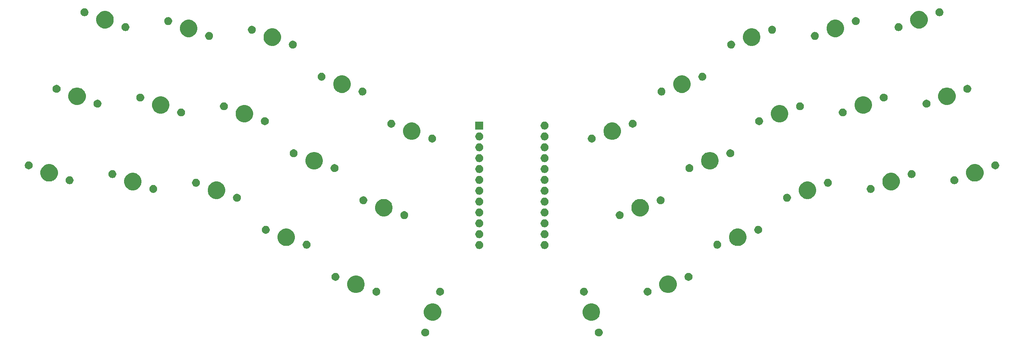
<source format=gbr>
G04 #@! TF.GenerationSoftware,KiCad,Pcbnew,(5.1.4)-1*
G04 #@! TF.CreationDate,2021-01-09T12:31:01-07:00*
G04 #@! TF.ProjectId,CS30 Ergo 3,43533330-2045-4726-976f-20332e6b6963,rev?*
G04 #@! TF.SameCoordinates,Original*
G04 #@! TF.FileFunction,Soldermask,Top*
G04 #@! TF.FilePolarity,Negative*
%FSLAX46Y46*%
G04 Gerber Fmt 4.6, Leading zero omitted, Abs format (unit mm)*
G04 Created by KiCad (PCBNEW (5.1.4)-1) date 2021-01-09 12:31:01*
%MOMM*%
%LPD*%
G04 APERTURE LIST*
%ADD10C,0.150000*%
G04 APERTURE END LIST*
D10*
G36*
X163409596Y-119259634D02*
G01*
X163578118Y-119329438D01*
X163729783Y-119430777D01*
X163858764Y-119559758D01*
X163960103Y-119711423D01*
X164029907Y-119879945D01*
X164065492Y-120058846D01*
X164065492Y-120241252D01*
X164029907Y-120420153D01*
X163960103Y-120588675D01*
X163858764Y-120740340D01*
X163729783Y-120869321D01*
X163578118Y-120970660D01*
X163409596Y-121040464D01*
X163230695Y-121076049D01*
X163048289Y-121076049D01*
X162869388Y-121040464D01*
X162700866Y-120970660D01*
X162549201Y-120869321D01*
X162420220Y-120740340D01*
X162318881Y-120588675D01*
X162249077Y-120420153D01*
X162213492Y-120241252D01*
X162213492Y-120058846D01*
X162249077Y-119879945D01*
X162318881Y-119711423D01*
X162420220Y-119559758D01*
X162549201Y-119430777D01*
X162700866Y-119329438D01*
X162869388Y-119259634D01*
X163048289Y-119224049D01*
X163230695Y-119224049D01*
X163409596Y-119259634D01*
X163409596Y-119259634D01*
G37*
G36*
X122881812Y-119259634D02*
G01*
X123050334Y-119329438D01*
X123201999Y-119430777D01*
X123330980Y-119559758D01*
X123432319Y-119711423D01*
X123502123Y-119879945D01*
X123537708Y-120058846D01*
X123537708Y-120241252D01*
X123502123Y-120420153D01*
X123432319Y-120588675D01*
X123330980Y-120740340D01*
X123201999Y-120869321D01*
X123050334Y-120970660D01*
X122881812Y-121040464D01*
X122702911Y-121076049D01*
X122520505Y-121076049D01*
X122341604Y-121040464D01*
X122173082Y-120970660D01*
X122021417Y-120869321D01*
X121892436Y-120740340D01*
X121791097Y-120588675D01*
X121721293Y-120420153D01*
X121685708Y-120241252D01*
X121685708Y-120058846D01*
X121721293Y-119879945D01*
X121791097Y-119711423D01*
X121892436Y-119559758D01*
X122021417Y-119430777D01*
X122173082Y-119329438D01*
X122341604Y-119259634D01*
X122520505Y-119224049D01*
X122702911Y-119224049D01*
X122881812Y-119259634D01*
X122881812Y-119259634D01*
G37*
G36*
X161998504Y-113410094D02*
G01*
X162216504Y-113500393D01*
X162370653Y-113564243D01*
X162705578Y-113788033D01*
X162990407Y-114072862D01*
X163214197Y-114407787D01*
X163214197Y-114407788D01*
X163368346Y-114779936D01*
X163446930Y-115175004D01*
X163446930Y-115577816D01*
X163368346Y-115972884D01*
X163278047Y-116190884D01*
X163214197Y-116345033D01*
X162990407Y-116679958D01*
X162705578Y-116964787D01*
X162370653Y-117188577D01*
X162216504Y-117252427D01*
X161998504Y-117342726D01*
X161603436Y-117421310D01*
X161200624Y-117421310D01*
X160805556Y-117342726D01*
X160587556Y-117252427D01*
X160433407Y-117188577D01*
X160098482Y-116964787D01*
X159813653Y-116679958D01*
X159589863Y-116345033D01*
X159526013Y-116190884D01*
X159435714Y-115972884D01*
X159357130Y-115577816D01*
X159357130Y-115175004D01*
X159435714Y-114779936D01*
X159589863Y-114407788D01*
X159589863Y-114407787D01*
X159813653Y-114072862D01*
X160098482Y-113788033D01*
X160433407Y-113564243D01*
X160587556Y-113500393D01*
X160805556Y-113410094D01*
X161200624Y-113331510D01*
X161603436Y-113331510D01*
X161998504Y-113410094D01*
X161998504Y-113410094D01*
G37*
G36*
X124945644Y-113410094D02*
G01*
X125163644Y-113500393D01*
X125317793Y-113564243D01*
X125652718Y-113788033D01*
X125937547Y-114072862D01*
X126161337Y-114407787D01*
X126161337Y-114407788D01*
X126315486Y-114779936D01*
X126394070Y-115175004D01*
X126394070Y-115577816D01*
X126315486Y-115972884D01*
X126225187Y-116190884D01*
X126161337Y-116345033D01*
X125937547Y-116679958D01*
X125652718Y-116964787D01*
X125317793Y-117188577D01*
X125163644Y-117252427D01*
X124945644Y-117342726D01*
X124550576Y-117421310D01*
X124147764Y-117421310D01*
X123752696Y-117342726D01*
X123534696Y-117252427D01*
X123380547Y-117188577D01*
X123045622Y-116964787D01*
X122760793Y-116679958D01*
X122537003Y-116345033D01*
X122473153Y-116190884D01*
X122382854Y-115972884D01*
X122304270Y-115577816D01*
X122304270Y-115175004D01*
X122382854Y-114779936D01*
X122537003Y-114407788D01*
X122537003Y-114407787D01*
X122760793Y-114072862D01*
X123045622Y-113788033D01*
X123380547Y-113564243D01*
X123534696Y-113500393D01*
X123752696Y-113410094D01*
X124147764Y-113331510D01*
X124550576Y-113331510D01*
X124945644Y-113410094D01*
X124945644Y-113410094D01*
G37*
G36*
X126356736Y-109712356D02*
G01*
X126525258Y-109782160D01*
X126676923Y-109883499D01*
X126805904Y-110012480D01*
X126907243Y-110164145D01*
X126977047Y-110332667D01*
X127012632Y-110511568D01*
X127012632Y-110693974D01*
X126977047Y-110872875D01*
X126907243Y-111041397D01*
X126805904Y-111193062D01*
X126676923Y-111322043D01*
X126525258Y-111423382D01*
X126356736Y-111493186D01*
X126177835Y-111528771D01*
X125995429Y-111528771D01*
X125816528Y-111493186D01*
X125648006Y-111423382D01*
X125496341Y-111322043D01*
X125367360Y-111193062D01*
X125266021Y-111041397D01*
X125196217Y-110872875D01*
X125160632Y-110693974D01*
X125160632Y-110511568D01*
X125196217Y-110332667D01*
X125266021Y-110164145D01*
X125367360Y-110012480D01*
X125496341Y-109883499D01*
X125648006Y-109782160D01*
X125816528Y-109712356D01*
X125995429Y-109676771D01*
X126177835Y-109676771D01*
X126356736Y-109712356D01*
X126356736Y-109712356D01*
G37*
G36*
X159934672Y-109712356D02*
G01*
X160103194Y-109782160D01*
X160254859Y-109883499D01*
X160383840Y-110012480D01*
X160485179Y-110164145D01*
X160554983Y-110332667D01*
X160590568Y-110511568D01*
X160590568Y-110693974D01*
X160554983Y-110872875D01*
X160485179Y-111041397D01*
X160383840Y-111193062D01*
X160254859Y-111322043D01*
X160103194Y-111423382D01*
X159934672Y-111493186D01*
X159755771Y-111528771D01*
X159573365Y-111528771D01*
X159394464Y-111493186D01*
X159225942Y-111423382D01*
X159074277Y-111322043D01*
X158945296Y-111193062D01*
X158843957Y-111041397D01*
X158774153Y-110872875D01*
X158738568Y-110693974D01*
X158738568Y-110511568D01*
X158774153Y-110332667D01*
X158843957Y-110164145D01*
X158945296Y-110012480D01*
X159074277Y-109883499D01*
X159225942Y-109782160D01*
X159394464Y-109712356D01*
X159573365Y-109676771D01*
X159755771Y-109676771D01*
X159934672Y-109712356D01*
X159934672Y-109712356D01*
G37*
G36*
X111491693Y-109707946D02*
G01*
X111660215Y-109777750D01*
X111811880Y-109879089D01*
X111940861Y-110008070D01*
X112042200Y-110159735D01*
X112112004Y-110328257D01*
X112147589Y-110507158D01*
X112147589Y-110689564D01*
X112112004Y-110868465D01*
X112042200Y-111036987D01*
X111940861Y-111188652D01*
X111811880Y-111317633D01*
X111660215Y-111418972D01*
X111491693Y-111488776D01*
X111312792Y-111524361D01*
X111130386Y-111524361D01*
X110951485Y-111488776D01*
X110782963Y-111418972D01*
X110631298Y-111317633D01*
X110502317Y-111188652D01*
X110400978Y-111036987D01*
X110331174Y-110868465D01*
X110295589Y-110689564D01*
X110295589Y-110507158D01*
X110331174Y-110328257D01*
X110400978Y-110159735D01*
X110502317Y-110008070D01*
X110631298Y-109879089D01*
X110782963Y-109777750D01*
X110951485Y-109707946D01*
X111130386Y-109672361D01*
X111312792Y-109672361D01*
X111491693Y-109707946D01*
X111491693Y-109707946D01*
G37*
G36*
X174799715Y-109707946D02*
G01*
X174968237Y-109777750D01*
X175119902Y-109879089D01*
X175248883Y-110008070D01*
X175350222Y-110159735D01*
X175420026Y-110328257D01*
X175455611Y-110507158D01*
X175455611Y-110689564D01*
X175420026Y-110868465D01*
X175350222Y-111036987D01*
X175248883Y-111188652D01*
X175119902Y-111317633D01*
X174968237Y-111418972D01*
X174799715Y-111488776D01*
X174620814Y-111524361D01*
X174438408Y-111524361D01*
X174259507Y-111488776D01*
X174090985Y-111418972D01*
X173939320Y-111317633D01*
X173810339Y-111188652D01*
X173709000Y-111036987D01*
X173639196Y-110868465D01*
X173603611Y-110689564D01*
X173603611Y-110507158D01*
X173639196Y-110328257D01*
X173709000Y-110159735D01*
X173810339Y-110008070D01*
X173939320Y-109879089D01*
X174090985Y-109777750D01*
X174259507Y-109707946D01*
X174438408Y-109672361D01*
X174620814Y-109672361D01*
X174799715Y-109707946D01*
X174799715Y-109707946D01*
G37*
G36*
X107044424Y-106894583D02*
G01*
X107262424Y-106984882D01*
X107416573Y-107048732D01*
X107751498Y-107272522D01*
X108036327Y-107557351D01*
X108260117Y-107892276D01*
X108310475Y-108013851D01*
X108414266Y-108264425D01*
X108492850Y-108659493D01*
X108492850Y-109062305D01*
X108414266Y-109457373D01*
X108325215Y-109672361D01*
X108260117Y-109829522D01*
X108036327Y-110164447D01*
X107751498Y-110449276D01*
X107416573Y-110673066D01*
X107366096Y-110693974D01*
X107044424Y-110827215D01*
X106649356Y-110905799D01*
X106246544Y-110905799D01*
X105851476Y-110827215D01*
X105529804Y-110693974D01*
X105479327Y-110673066D01*
X105144402Y-110449276D01*
X104859573Y-110164447D01*
X104635783Y-109829522D01*
X104570685Y-109672361D01*
X104481634Y-109457373D01*
X104403050Y-109062305D01*
X104403050Y-108659493D01*
X104481634Y-108264425D01*
X104585425Y-108013851D01*
X104635783Y-107892276D01*
X104859573Y-107557351D01*
X105144402Y-107272522D01*
X105479327Y-107048732D01*
X105633476Y-106984882D01*
X105851476Y-106894583D01*
X106246544Y-106815999D01*
X106649356Y-106815999D01*
X107044424Y-106894583D01*
X107044424Y-106894583D01*
G37*
G36*
X179899724Y-106894583D02*
G01*
X180117724Y-106984882D01*
X180271873Y-107048732D01*
X180606798Y-107272522D01*
X180891627Y-107557351D01*
X181115417Y-107892276D01*
X181165775Y-108013851D01*
X181269566Y-108264425D01*
X181348150Y-108659493D01*
X181348150Y-109062305D01*
X181269566Y-109457373D01*
X181180515Y-109672361D01*
X181115417Y-109829522D01*
X180891627Y-110164447D01*
X180606798Y-110449276D01*
X180271873Y-110673066D01*
X180221396Y-110693974D01*
X179899724Y-110827215D01*
X179504656Y-110905799D01*
X179101844Y-110905799D01*
X178706776Y-110827215D01*
X178385104Y-110693974D01*
X178334627Y-110673066D01*
X177999702Y-110449276D01*
X177714873Y-110164447D01*
X177491083Y-109829522D01*
X177425985Y-109672361D01*
X177336934Y-109457373D01*
X177258350Y-109062305D01*
X177258350Y-108659493D01*
X177336934Y-108264425D01*
X177440725Y-108013851D01*
X177491083Y-107892276D01*
X177714873Y-107557351D01*
X177999702Y-107272522D01*
X178334627Y-107048732D01*
X178488776Y-106984882D01*
X178706776Y-106894583D01*
X179101844Y-106815999D01*
X179504656Y-106815999D01*
X179899724Y-106894583D01*
X179899724Y-106894583D01*
G37*
G36*
X101944415Y-106233022D02*
G01*
X102112937Y-106302826D01*
X102264602Y-106404165D01*
X102393583Y-106533146D01*
X102494922Y-106684811D01*
X102564726Y-106853333D01*
X102600311Y-107032234D01*
X102600311Y-107214640D01*
X102564726Y-107393541D01*
X102494922Y-107562063D01*
X102393583Y-107713728D01*
X102264602Y-107842709D01*
X102112937Y-107944048D01*
X101944415Y-108013852D01*
X101765514Y-108049437D01*
X101583108Y-108049437D01*
X101404207Y-108013852D01*
X101235685Y-107944048D01*
X101084020Y-107842709D01*
X100955039Y-107713728D01*
X100853700Y-107562063D01*
X100783896Y-107393541D01*
X100748311Y-107214640D01*
X100748311Y-107032234D01*
X100783896Y-106853333D01*
X100853700Y-106684811D01*
X100955039Y-106533146D01*
X101084020Y-106404165D01*
X101235685Y-106302826D01*
X101404207Y-106233022D01*
X101583108Y-106197437D01*
X101765514Y-106197437D01*
X101944415Y-106233022D01*
X101944415Y-106233022D01*
G37*
G36*
X184346993Y-106233022D02*
G01*
X184515515Y-106302826D01*
X184667180Y-106404165D01*
X184796161Y-106533146D01*
X184897500Y-106684811D01*
X184967304Y-106853333D01*
X185002889Y-107032234D01*
X185002889Y-107214640D01*
X184967304Y-107393541D01*
X184897500Y-107562063D01*
X184796161Y-107713728D01*
X184667180Y-107842709D01*
X184515515Y-107944048D01*
X184346993Y-108013852D01*
X184168092Y-108049437D01*
X183985686Y-108049437D01*
X183806785Y-108013852D01*
X183638263Y-107944048D01*
X183486598Y-107842709D01*
X183357617Y-107713728D01*
X183256278Y-107562063D01*
X183186474Y-107393541D01*
X183150889Y-107214640D01*
X183150889Y-107032234D01*
X183186474Y-106853333D01*
X183256278Y-106684811D01*
X183357617Y-106533146D01*
X183486598Y-106404165D01*
X183638263Y-106302826D01*
X183806785Y-106233022D01*
X183985686Y-106197437D01*
X184168092Y-106197437D01*
X184346993Y-106233022D01*
X184346993Y-106233022D01*
G37*
G36*
X150766083Y-98803695D02*
G01*
X150934840Y-98873596D01*
X151086718Y-98975078D01*
X151215882Y-99104242D01*
X151317364Y-99256120D01*
X151387265Y-99424877D01*
X151422900Y-99604028D01*
X151422900Y-99786692D01*
X151387265Y-99965843D01*
X151317364Y-100134600D01*
X151215882Y-100286478D01*
X151086718Y-100415642D01*
X150934840Y-100517124D01*
X150766083Y-100587025D01*
X150586932Y-100622660D01*
X150404268Y-100622660D01*
X150225117Y-100587025D01*
X150056360Y-100517124D01*
X149904482Y-100415642D01*
X149775318Y-100286478D01*
X149673836Y-100134600D01*
X149603935Y-99965843D01*
X149568300Y-99786692D01*
X149568300Y-99604028D01*
X149603935Y-99424877D01*
X149673836Y-99256120D01*
X149775318Y-99104242D01*
X149904482Y-98975078D01*
X150056360Y-98873596D01*
X150225117Y-98803695D01*
X150404268Y-98768060D01*
X150586932Y-98768060D01*
X150766083Y-98803695D01*
X150766083Y-98803695D01*
G37*
G36*
X135526083Y-98803695D02*
G01*
X135694840Y-98873596D01*
X135846718Y-98975078D01*
X135975882Y-99104242D01*
X136077364Y-99256120D01*
X136147265Y-99424877D01*
X136182900Y-99604028D01*
X136182900Y-99786692D01*
X136147265Y-99965843D01*
X136077364Y-100134600D01*
X135975882Y-100286478D01*
X135846718Y-100415642D01*
X135694840Y-100517124D01*
X135526083Y-100587025D01*
X135346932Y-100622660D01*
X135164268Y-100622660D01*
X134985117Y-100587025D01*
X134816360Y-100517124D01*
X134664482Y-100415642D01*
X134535318Y-100286478D01*
X134433836Y-100134600D01*
X134363935Y-99965843D01*
X134328300Y-99786692D01*
X134328300Y-99604028D01*
X134363935Y-99424877D01*
X134433836Y-99256120D01*
X134535318Y-99104242D01*
X134664482Y-98975078D01*
X134816360Y-98873596D01*
X134985117Y-98803695D01*
X135164268Y-98768060D01*
X135346932Y-98768060D01*
X135526083Y-98803695D01*
X135526083Y-98803695D01*
G37*
G36*
X95219353Y-98717131D02*
G01*
X95387875Y-98786935D01*
X95539540Y-98888274D01*
X95668521Y-99017255D01*
X95769860Y-99168920D01*
X95839664Y-99337442D01*
X95875249Y-99516343D01*
X95875249Y-99698749D01*
X95839664Y-99877650D01*
X95769860Y-100046172D01*
X95668521Y-100197837D01*
X95539540Y-100326818D01*
X95387875Y-100428157D01*
X95219353Y-100497961D01*
X95040452Y-100533546D01*
X94858046Y-100533546D01*
X94679145Y-100497961D01*
X94510623Y-100428157D01*
X94358958Y-100326818D01*
X94229977Y-100197837D01*
X94128638Y-100046172D01*
X94058834Y-99877650D01*
X94023249Y-99698749D01*
X94023249Y-99516343D01*
X94058834Y-99337442D01*
X94128638Y-99168920D01*
X94229977Y-99017255D01*
X94358958Y-98888274D01*
X94510623Y-98786935D01*
X94679145Y-98717131D01*
X94858046Y-98681546D01*
X95040452Y-98681546D01*
X95219353Y-98717131D01*
X95219353Y-98717131D01*
G37*
G36*
X191072057Y-98717130D02*
G01*
X191240579Y-98786934D01*
X191392244Y-98888273D01*
X191521225Y-99017254D01*
X191622564Y-99168919D01*
X191692368Y-99337441D01*
X191727953Y-99516342D01*
X191727953Y-99698748D01*
X191692368Y-99877649D01*
X191622564Y-100046171D01*
X191521225Y-100197836D01*
X191392244Y-100326817D01*
X191240579Y-100428156D01*
X191072057Y-100497960D01*
X190893156Y-100533545D01*
X190710750Y-100533545D01*
X190531849Y-100497960D01*
X190363327Y-100428156D01*
X190211662Y-100326817D01*
X190082681Y-100197836D01*
X189981342Y-100046171D01*
X189911538Y-99877649D01*
X189875953Y-99698748D01*
X189875953Y-99516342D01*
X189911538Y-99337441D01*
X189981342Y-99168919D01*
X190082681Y-99017254D01*
X190211662Y-98888273D01*
X190363327Y-98786934D01*
X190531849Y-98717130D01*
X190710750Y-98681545D01*
X190893156Y-98681545D01*
X191072057Y-98717130D01*
X191072057Y-98717130D01*
G37*
G36*
X90772084Y-95903768D02*
G01*
X90990084Y-95994067D01*
X91144233Y-96057917D01*
X91479158Y-96281707D01*
X91763987Y-96566536D01*
X91987777Y-96901461D01*
X92038134Y-97023035D01*
X92141926Y-97273610D01*
X92220510Y-97668678D01*
X92220510Y-98071490D01*
X92141926Y-98466558D01*
X92052875Y-98681545D01*
X91987777Y-98838707D01*
X91763987Y-99173632D01*
X91479158Y-99458461D01*
X91144233Y-99682251D01*
X90990084Y-99746101D01*
X90772084Y-99836400D01*
X90377016Y-99914984D01*
X89974204Y-99914984D01*
X89579136Y-99836400D01*
X89361136Y-99746101D01*
X89206987Y-99682251D01*
X88872062Y-99458461D01*
X88587233Y-99173632D01*
X88363443Y-98838707D01*
X88298345Y-98681545D01*
X88209294Y-98466558D01*
X88130710Y-98071490D01*
X88130710Y-97668678D01*
X88209294Y-97273610D01*
X88313086Y-97023035D01*
X88363443Y-96901461D01*
X88587233Y-96566536D01*
X88872062Y-96281707D01*
X89206987Y-96057917D01*
X89361136Y-95994067D01*
X89579136Y-95903768D01*
X89974204Y-95825184D01*
X90377016Y-95825184D01*
X90772084Y-95903768D01*
X90772084Y-95903768D01*
G37*
G36*
X196172066Y-95903767D02*
G01*
X196390066Y-95994066D01*
X196544215Y-96057916D01*
X196879140Y-96281706D01*
X197163969Y-96566535D01*
X197387759Y-96901460D01*
X197409204Y-96953233D01*
X197541908Y-97273609D01*
X197620492Y-97668677D01*
X197620492Y-98071489D01*
X197541908Y-98466557D01*
X197541907Y-98466559D01*
X197387759Y-98838706D01*
X197163969Y-99173631D01*
X196879140Y-99458460D01*
X196544215Y-99682250D01*
X196390066Y-99746100D01*
X196172066Y-99836399D01*
X195776998Y-99914983D01*
X195374186Y-99914983D01*
X194979118Y-99836399D01*
X194761118Y-99746100D01*
X194606969Y-99682250D01*
X194272044Y-99458460D01*
X193987215Y-99173631D01*
X193763425Y-98838706D01*
X193609277Y-98466559D01*
X193609276Y-98466557D01*
X193530692Y-98071489D01*
X193530692Y-97668677D01*
X193609276Y-97273609D01*
X193741980Y-96953233D01*
X193763425Y-96901460D01*
X193987215Y-96566535D01*
X194272044Y-96281706D01*
X194606969Y-96057916D01*
X194761118Y-95994066D01*
X194979118Y-95903767D01*
X195374186Y-95825183D01*
X195776998Y-95825183D01*
X196172066Y-95903767D01*
X196172066Y-95903767D01*
G37*
G36*
X135526083Y-96263695D02*
G01*
X135694840Y-96333596D01*
X135846718Y-96435078D01*
X135975882Y-96564242D01*
X136077364Y-96716120D01*
X136147265Y-96884877D01*
X136182900Y-97064028D01*
X136182900Y-97246692D01*
X136147265Y-97425843D01*
X136077364Y-97594600D01*
X135975882Y-97746478D01*
X135846718Y-97875642D01*
X135694840Y-97977124D01*
X135526083Y-98047025D01*
X135346932Y-98082660D01*
X135164268Y-98082660D01*
X134985117Y-98047025D01*
X134816360Y-97977124D01*
X134664482Y-97875642D01*
X134535318Y-97746478D01*
X134433836Y-97594600D01*
X134363935Y-97425843D01*
X134328300Y-97246692D01*
X134328300Y-97064028D01*
X134363935Y-96884877D01*
X134433836Y-96716120D01*
X134535318Y-96564242D01*
X134664482Y-96435078D01*
X134816360Y-96333596D01*
X134985117Y-96263695D01*
X135164268Y-96228060D01*
X135346932Y-96228060D01*
X135526083Y-96263695D01*
X135526083Y-96263695D01*
G37*
G36*
X150766083Y-96263695D02*
G01*
X150934840Y-96333596D01*
X151086718Y-96435078D01*
X151215882Y-96564242D01*
X151317364Y-96716120D01*
X151387265Y-96884877D01*
X151422900Y-97064028D01*
X151422900Y-97246692D01*
X151387265Y-97425843D01*
X151317364Y-97594600D01*
X151215882Y-97746478D01*
X151086718Y-97875642D01*
X150934840Y-97977124D01*
X150766083Y-98047025D01*
X150586932Y-98082660D01*
X150404268Y-98082660D01*
X150225117Y-98047025D01*
X150056360Y-97977124D01*
X149904482Y-97875642D01*
X149775318Y-97746478D01*
X149673836Y-97594600D01*
X149603935Y-97425843D01*
X149568300Y-97246692D01*
X149568300Y-97064028D01*
X149603935Y-96884877D01*
X149673836Y-96716120D01*
X149775318Y-96564242D01*
X149904482Y-96435078D01*
X150056360Y-96333596D01*
X150225117Y-96263695D01*
X150404268Y-96228060D01*
X150586932Y-96228060D01*
X150766083Y-96263695D01*
X150766083Y-96263695D01*
G37*
G36*
X85672075Y-95242207D02*
G01*
X85840597Y-95312011D01*
X85992262Y-95413350D01*
X86121243Y-95542331D01*
X86222582Y-95693996D01*
X86292386Y-95862518D01*
X86327971Y-96041419D01*
X86327971Y-96223825D01*
X86292386Y-96402726D01*
X86222582Y-96571248D01*
X86121243Y-96722913D01*
X85992262Y-96851894D01*
X85840597Y-96953233D01*
X85672075Y-97023037D01*
X85493174Y-97058622D01*
X85310768Y-97058622D01*
X85131867Y-97023037D01*
X84963345Y-96953233D01*
X84811680Y-96851894D01*
X84682699Y-96722913D01*
X84581360Y-96571248D01*
X84511556Y-96402726D01*
X84475971Y-96223825D01*
X84475971Y-96041419D01*
X84511556Y-95862518D01*
X84581360Y-95693996D01*
X84682699Y-95542331D01*
X84811680Y-95413350D01*
X84963345Y-95312011D01*
X85131867Y-95242207D01*
X85310768Y-95206622D01*
X85493174Y-95206622D01*
X85672075Y-95242207D01*
X85672075Y-95242207D01*
G37*
G36*
X200619335Y-95242206D02*
G01*
X200787857Y-95312010D01*
X200939522Y-95413349D01*
X201068503Y-95542330D01*
X201169842Y-95693995D01*
X201239646Y-95862517D01*
X201275231Y-96041418D01*
X201275231Y-96223824D01*
X201239646Y-96402725D01*
X201169842Y-96571247D01*
X201068503Y-96722912D01*
X200939522Y-96851893D01*
X200787857Y-96953232D01*
X200619335Y-97023036D01*
X200440434Y-97058621D01*
X200258028Y-97058621D01*
X200079127Y-97023036D01*
X199910605Y-96953232D01*
X199758940Y-96851893D01*
X199629959Y-96722912D01*
X199528620Y-96571247D01*
X199458816Y-96402725D01*
X199423231Y-96223824D01*
X199423231Y-96041418D01*
X199458816Y-95862517D01*
X199528620Y-95693995D01*
X199629959Y-95542330D01*
X199758940Y-95413349D01*
X199910605Y-95312010D01*
X200079127Y-95242206D01*
X200258028Y-95206621D01*
X200440434Y-95206621D01*
X200619335Y-95242206D01*
X200619335Y-95242206D01*
G37*
G36*
X150766083Y-93723695D02*
G01*
X150934840Y-93793596D01*
X151086718Y-93895078D01*
X151215882Y-94024242D01*
X151317364Y-94176120D01*
X151387265Y-94344877D01*
X151422900Y-94524028D01*
X151422900Y-94706692D01*
X151387265Y-94885843D01*
X151317364Y-95054600D01*
X151215882Y-95206478D01*
X151086718Y-95335642D01*
X150934840Y-95437124D01*
X150766083Y-95507025D01*
X150586932Y-95542660D01*
X150404268Y-95542660D01*
X150225117Y-95507025D01*
X150056360Y-95437124D01*
X149904482Y-95335642D01*
X149775318Y-95206478D01*
X149673836Y-95054600D01*
X149603935Y-94885843D01*
X149568300Y-94706692D01*
X149568300Y-94524028D01*
X149603935Y-94344877D01*
X149673836Y-94176120D01*
X149775318Y-94024242D01*
X149904482Y-93895078D01*
X150056360Y-93793596D01*
X150225117Y-93723695D01*
X150404268Y-93688060D01*
X150586932Y-93688060D01*
X150766083Y-93723695D01*
X150766083Y-93723695D01*
G37*
G36*
X135526083Y-93723695D02*
G01*
X135694840Y-93793596D01*
X135846718Y-93895078D01*
X135975882Y-94024242D01*
X136077364Y-94176120D01*
X136147265Y-94344877D01*
X136182900Y-94524028D01*
X136182900Y-94706692D01*
X136147265Y-94885843D01*
X136077364Y-95054600D01*
X135975882Y-95206478D01*
X135846718Y-95335642D01*
X135694840Y-95437124D01*
X135526083Y-95507025D01*
X135346932Y-95542660D01*
X135164268Y-95542660D01*
X134985117Y-95507025D01*
X134816360Y-95437124D01*
X134664482Y-95335642D01*
X134535318Y-95206478D01*
X134433836Y-95054600D01*
X134363935Y-94885843D01*
X134328300Y-94706692D01*
X134328300Y-94524028D01*
X134363935Y-94344877D01*
X134433836Y-94176120D01*
X134535318Y-94024242D01*
X134664482Y-93895078D01*
X134816360Y-93793596D01*
X134985117Y-93723695D01*
X135164268Y-93688060D01*
X135346932Y-93688060D01*
X135526083Y-93723695D01*
X135526083Y-93723695D01*
G37*
G36*
X118007206Y-91806728D02*
G01*
X118175728Y-91876532D01*
X118327393Y-91977871D01*
X118456374Y-92106852D01*
X118557713Y-92258517D01*
X118627517Y-92427039D01*
X118663102Y-92605940D01*
X118663102Y-92788346D01*
X118627517Y-92967247D01*
X118557713Y-93135769D01*
X118456374Y-93287434D01*
X118327393Y-93416415D01*
X118175728Y-93517754D01*
X118007206Y-93587558D01*
X117828305Y-93623143D01*
X117645899Y-93623143D01*
X117466998Y-93587558D01*
X117298476Y-93517754D01*
X117146811Y-93416415D01*
X117017830Y-93287434D01*
X116916491Y-93135769D01*
X116846687Y-92967247D01*
X116811102Y-92788346D01*
X116811102Y-92605940D01*
X116846687Y-92427039D01*
X116916491Y-92258517D01*
X117017830Y-92106852D01*
X117146811Y-91977871D01*
X117298476Y-91876532D01*
X117466998Y-91806728D01*
X117645899Y-91771143D01*
X117828305Y-91771143D01*
X118007206Y-91806728D01*
X118007206Y-91806728D01*
G37*
G36*
X168284204Y-91806726D02*
G01*
X168452726Y-91876530D01*
X168604391Y-91977869D01*
X168733372Y-92106850D01*
X168834711Y-92258515D01*
X168904515Y-92427037D01*
X168940100Y-92605938D01*
X168940100Y-92788344D01*
X168904515Y-92967245D01*
X168834711Y-93135767D01*
X168733372Y-93287432D01*
X168604391Y-93416413D01*
X168452726Y-93517752D01*
X168284204Y-93587556D01*
X168105303Y-93623141D01*
X167922897Y-93623141D01*
X167743996Y-93587556D01*
X167575474Y-93517752D01*
X167423809Y-93416413D01*
X167294828Y-93287432D01*
X167193489Y-93135767D01*
X167123685Y-92967245D01*
X167088100Y-92788344D01*
X167088100Y-92605938D01*
X167123685Y-92427037D01*
X167193489Y-92258515D01*
X167294828Y-92106850D01*
X167423809Y-91977869D01*
X167575474Y-91876530D01*
X167743996Y-91806726D01*
X167922897Y-91771141D01*
X168105303Y-91771141D01*
X168284204Y-91806726D01*
X168284204Y-91806726D01*
G37*
G36*
X113559937Y-88993365D02*
G01*
X113777937Y-89083664D01*
X113932086Y-89147514D01*
X114267011Y-89371304D01*
X114551840Y-89656133D01*
X114775630Y-89991058D01*
X114831723Y-90126479D01*
X114929779Y-90363207D01*
X115008363Y-90758275D01*
X115008363Y-91161087D01*
X114929779Y-91556155D01*
X114896656Y-91636120D01*
X114775630Y-91928304D01*
X114551840Y-92263229D01*
X114267011Y-92548058D01*
X113932086Y-92771848D01*
X113777937Y-92835698D01*
X113559937Y-92925997D01*
X113164869Y-93004581D01*
X112762057Y-93004581D01*
X112366989Y-92925997D01*
X112148989Y-92835698D01*
X111994840Y-92771848D01*
X111659915Y-92548058D01*
X111375086Y-92263229D01*
X111151296Y-91928304D01*
X111030270Y-91636120D01*
X110997147Y-91556155D01*
X110918563Y-91161087D01*
X110918563Y-90758275D01*
X110997147Y-90363207D01*
X111095203Y-90126479D01*
X111151296Y-89991058D01*
X111375086Y-89656133D01*
X111659915Y-89371304D01*
X111994840Y-89147514D01*
X112148989Y-89083664D01*
X112366989Y-88993365D01*
X112762057Y-88914781D01*
X113164869Y-88914781D01*
X113559937Y-88993365D01*
X113559937Y-88993365D01*
G37*
G36*
X173384213Y-88993363D02*
G01*
X173602213Y-89083662D01*
X173756362Y-89147512D01*
X174091287Y-89371302D01*
X174376116Y-89656131D01*
X174599906Y-89991056D01*
X174621351Y-90042830D01*
X174754055Y-90363205D01*
X174832639Y-90758273D01*
X174832639Y-91161085D01*
X174754055Y-91556153D01*
X174665004Y-91771141D01*
X174599906Y-91928302D01*
X174376116Y-92263227D01*
X174091287Y-92548056D01*
X173756362Y-92771846D01*
X173602213Y-92835696D01*
X173384213Y-92925995D01*
X172989145Y-93004579D01*
X172586333Y-93004579D01*
X172191265Y-92925995D01*
X171973265Y-92835696D01*
X171819116Y-92771846D01*
X171484191Y-92548056D01*
X171199362Y-92263227D01*
X170975572Y-91928302D01*
X170910474Y-91771141D01*
X170821423Y-91556153D01*
X170742839Y-91161085D01*
X170742839Y-90758273D01*
X170821423Y-90363205D01*
X170954127Y-90042830D01*
X170975572Y-89991056D01*
X171199362Y-89656131D01*
X171484191Y-89371302D01*
X171819116Y-89147512D01*
X171973265Y-89083662D01*
X172191265Y-88993363D01*
X172586333Y-88914779D01*
X172989145Y-88914779D01*
X173384213Y-88993363D01*
X173384213Y-88993363D01*
G37*
G36*
X135526083Y-91183695D02*
G01*
X135694840Y-91253596D01*
X135846718Y-91355078D01*
X135975882Y-91484242D01*
X136077364Y-91636120D01*
X136147265Y-91804877D01*
X136182900Y-91984028D01*
X136182900Y-92166692D01*
X136147265Y-92345843D01*
X136077364Y-92514600D01*
X135975882Y-92666478D01*
X135846718Y-92795642D01*
X135694840Y-92897124D01*
X135526083Y-92967025D01*
X135346932Y-93002660D01*
X135164268Y-93002660D01*
X134985117Y-92967025D01*
X134816360Y-92897124D01*
X134664482Y-92795642D01*
X134535318Y-92666478D01*
X134433836Y-92514600D01*
X134363935Y-92345843D01*
X134328300Y-92166692D01*
X134328300Y-91984028D01*
X134363935Y-91804877D01*
X134433836Y-91636120D01*
X134535318Y-91484242D01*
X134664482Y-91355078D01*
X134816360Y-91253596D01*
X134985117Y-91183695D01*
X135164268Y-91148060D01*
X135346932Y-91148060D01*
X135526083Y-91183695D01*
X135526083Y-91183695D01*
G37*
G36*
X150766083Y-91183695D02*
G01*
X150934840Y-91253596D01*
X151086718Y-91355078D01*
X151215882Y-91484242D01*
X151317364Y-91636120D01*
X151387265Y-91804877D01*
X151422900Y-91984028D01*
X151422900Y-92166692D01*
X151387265Y-92345843D01*
X151317364Y-92514600D01*
X151215882Y-92666478D01*
X151086718Y-92795642D01*
X150934840Y-92897124D01*
X150766083Y-92967025D01*
X150586932Y-93002660D01*
X150404268Y-93002660D01*
X150225117Y-92967025D01*
X150056360Y-92897124D01*
X149904482Y-92795642D01*
X149775318Y-92666478D01*
X149673836Y-92514600D01*
X149603935Y-92345843D01*
X149568300Y-92166692D01*
X149568300Y-91984028D01*
X149603935Y-91804877D01*
X149673836Y-91636120D01*
X149775318Y-91484242D01*
X149904482Y-91355078D01*
X150056360Y-91253596D01*
X150225117Y-91183695D01*
X150404268Y-91148060D01*
X150586932Y-91148060D01*
X150766083Y-91183695D01*
X150766083Y-91183695D01*
G37*
G36*
X150766083Y-88643695D02*
G01*
X150934840Y-88713596D01*
X151086718Y-88815078D01*
X151215882Y-88944242D01*
X151317364Y-89096120D01*
X151387265Y-89264877D01*
X151422900Y-89444028D01*
X151422900Y-89626692D01*
X151387265Y-89805843D01*
X151317364Y-89974600D01*
X151215882Y-90126478D01*
X151086718Y-90255642D01*
X150934840Y-90357124D01*
X150766083Y-90427025D01*
X150586932Y-90462660D01*
X150404268Y-90462660D01*
X150225117Y-90427025D01*
X150056360Y-90357124D01*
X149904482Y-90255642D01*
X149775318Y-90126478D01*
X149673836Y-89974600D01*
X149603935Y-89805843D01*
X149568300Y-89626692D01*
X149568300Y-89444028D01*
X149603935Y-89264877D01*
X149673836Y-89096120D01*
X149775318Y-88944242D01*
X149904482Y-88815078D01*
X150056360Y-88713596D01*
X150225117Y-88643695D01*
X150404268Y-88608060D01*
X150586932Y-88608060D01*
X150766083Y-88643695D01*
X150766083Y-88643695D01*
G37*
G36*
X135526083Y-88643695D02*
G01*
X135694840Y-88713596D01*
X135846718Y-88815078D01*
X135975882Y-88944242D01*
X136077364Y-89096120D01*
X136147265Y-89264877D01*
X136182900Y-89444028D01*
X136182900Y-89626692D01*
X136147265Y-89805843D01*
X136077364Y-89974600D01*
X135975882Y-90126478D01*
X135846718Y-90255642D01*
X135694840Y-90357124D01*
X135526083Y-90427025D01*
X135346932Y-90462660D01*
X135164268Y-90462660D01*
X134985117Y-90427025D01*
X134816360Y-90357124D01*
X134664482Y-90255642D01*
X134535318Y-90126478D01*
X134433836Y-89974600D01*
X134363935Y-89805843D01*
X134328300Y-89626692D01*
X134328300Y-89444028D01*
X134363935Y-89264877D01*
X134433836Y-89096120D01*
X134535318Y-88944242D01*
X134664482Y-88815078D01*
X134816360Y-88713596D01*
X134985117Y-88643695D01*
X135164268Y-88608060D01*
X135346932Y-88608060D01*
X135526083Y-88643695D01*
X135526083Y-88643695D01*
G37*
G36*
X108459928Y-88331804D02*
G01*
X108628450Y-88401608D01*
X108780115Y-88502947D01*
X108909096Y-88631928D01*
X109010435Y-88783593D01*
X109080239Y-88952115D01*
X109115824Y-89131016D01*
X109115824Y-89313422D01*
X109080239Y-89492323D01*
X109010435Y-89660845D01*
X108909096Y-89812510D01*
X108780115Y-89941491D01*
X108628450Y-90042830D01*
X108459928Y-90112634D01*
X108281027Y-90148219D01*
X108098621Y-90148219D01*
X107919720Y-90112634D01*
X107751198Y-90042830D01*
X107599533Y-89941491D01*
X107470552Y-89812510D01*
X107369213Y-89660845D01*
X107299409Y-89492323D01*
X107263824Y-89313422D01*
X107263824Y-89131016D01*
X107299409Y-88952115D01*
X107369213Y-88783593D01*
X107470552Y-88631928D01*
X107599533Y-88502947D01*
X107751198Y-88401608D01*
X107919720Y-88331804D01*
X108098621Y-88296219D01*
X108281027Y-88296219D01*
X108459928Y-88331804D01*
X108459928Y-88331804D01*
G37*
G36*
X177831482Y-88331802D02*
G01*
X178000004Y-88401606D01*
X178151669Y-88502945D01*
X178280650Y-88631926D01*
X178381989Y-88783591D01*
X178451793Y-88952113D01*
X178487378Y-89131014D01*
X178487378Y-89313420D01*
X178451793Y-89492321D01*
X178381989Y-89660843D01*
X178280650Y-89812508D01*
X178151669Y-89941489D01*
X178000004Y-90042828D01*
X177831482Y-90112632D01*
X177652581Y-90148217D01*
X177470175Y-90148217D01*
X177291274Y-90112632D01*
X177122752Y-90042828D01*
X176971087Y-89941489D01*
X176842106Y-89812508D01*
X176740767Y-89660843D01*
X176670963Y-89492321D01*
X176635378Y-89313420D01*
X176635378Y-89131014D01*
X176670963Y-88952113D01*
X176740767Y-88783591D01*
X176842106Y-88631926D01*
X176971087Y-88502945D01*
X177122752Y-88401606D01*
X177291274Y-88331802D01*
X177470175Y-88296217D01*
X177652581Y-88296217D01*
X177831482Y-88331802D01*
X177831482Y-88331802D01*
G37*
G36*
X207344398Y-87726314D02*
G01*
X207512920Y-87796118D01*
X207664585Y-87897457D01*
X207793566Y-88026438D01*
X207894905Y-88178103D01*
X207964709Y-88346625D01*
X208000294Y-88525526D01*
X208000294Y-88707932D01*
X207964709Y-88886833D01*
X207894905Y-89055355D01*
X207793566Y-89207020D01*
X207664585Y-89336001D01*
X207512920Y-89437340D01*
X207344398Y-89507144D01*
X207165497Y-89542729D01*
X206983091Y-89542729D01*
X206804190Y-89507144D01*
X206635668Y-89437340D01*
X206484003Y-89336001D01*
X206355022Y-89207020D01*
X206253683Y-89055355D01*
X206183879Y-88886833D01*
X206148294Y-88707932D01*
X206148294Y-88525526D01*
X206183879Y-88346625D01*
X206253683Y-88178103D01*
X206355022Y-88026438D01*
X206484003Y-87897457D01*
X206635668Y-87796118D01*
X206804190Y-87726314D01*
X206983091Y-87690729D01*
X207165497Y-87690729D01*
X207344398Y-87726314D01*
X207344398Y-87726314D01*
G37*
G36*
X78947010Y-87726313D02*
G01*
X79115532Y-87796117D01*
X79267197Y-87897456D01*
X79396178Y-88026437D01*
X79497517Y-88178102D01*
X79567321Y-88346624D01*
X79602906Y-88525525D01*
X79602906Y-88707931D01*
X79567321Y-88886832D01*
X79497517Y-89055354D01*
X79396178Y-89207019D01*
X79267197Y-89336000D01*
X79115532Y-89437339D01*
X78947010Y-89507143D01*
X78768109Y-89542728D01*
X78585703Y-89542728D01*
X78406802Y-89507143D01*
X78238280Y-89437339D01*
X78086615Y-89336000D01*
X77957634Y-89207019D01*
X77856295Y-89055354D01*
X77786491Y-88886832D01*
X77750906Y-88707931D01*
X77750906Y-88525525D01*
X77786491Y-88346624D01*
X77856295Y-88178102D01*
X77957634Y-88026437D01*
X78086615Y-87897456D01*
X78238280Y-87796117D01*
X78406802Y-87726313D01*
X78585703Y-87690728D01*
X78768109Y-87690728D01*
X78947010Y-87726313D01*
X78947010Y-87726313D01*
G37*
G36*
X212444407Y-84912951D02*
G01*
X212662407Y-85003250D01*
X212816556Y-85067100D01*
X213151481Y-85290890D01*
X213436310Y-85575719D01*
X213660100Y-85910644D01*
X213691409Y-85986232D01*
X213814249Y-86282793D01*
X213892833Y-86677861D01*
X213892833Y-87080673D01*
X213814249Y-87475741D01*
X213725198Y-87690728D01*
X213660100Y-87847890D01*
X213436310Y-88182815D01*
X213151481Y-88467644D01*
X212816556Y-88691434D01*
X212662407Y-88755284D01*
X212444407Y-88845583D01*
X212049339Y-88924167D01*
X211646527Y-88924167D01*
X211251459Y-88845583D01*
X211033459Y-88755284D01*
X210879310Y-88691434D01*
X210544385Y-88467644D01*
X210259556Y-88182815D01*
X210035766Y-87847890D01*
X209970668Y-87690728D01*
X209881617Y-87475741D01*
X209803033Y-87080673D01*
X209803033Y-86677861D01*
X209881617Y-86282793D01*
X210004457Y-85986232D01*
X210035766Y-85910644D01*
X210259556Y-85575719D01*
X210544385Y-85290890D01*
X210879310Y-85067100D01*
X211033459Y-85003250D01*
X211251459Y-84912951D01*
X211646527Y-84834367D01*
X212049339Y-84834367D01*
X212444407Y-84912951D01*
X212444407Y-84912951D01*
G37*
G36*
X74499741Y-84912950D02*
G01*
X74649405Y-84974943D01*
X74871890Y-85067099D01*
X75206815Y-85290889D01*
X75491644Y-85575718D01*
X75715434Y-85910643D01*
X75736879Y-85962416D01*
X75869583Y-86282792D01*
X75948167Y-86677860D01*
X75948167Y-87080672D01*
X75869583Y-87475740D01*
X75823713Y-87586479D01*
X75715434Y-87847889D01*
X75491644Y-88182814D01*
X75206815Y-88467643D01*
X74871890Y-88691433D01*
X74717741Y-88755283D01*
X74499741Y-88845582D01*
X74104673Y-88924166D01*
X73701861Y-88924166D01*
X73306793Y-88845582D01*
X73088793Y-88755283D01*
X72934644Y-88691433D01*
X72599719Y-88467643D01*
X72314890Y-88182814D01*
X72091100Y-87847889D01*
X71982821Y-87586479D01*
X71936951Y-87475740D01*
X71858367Y-87080672D01*
X71858367Y-86677860D01*
X71936951Y-86282792D01*
X72069655Y-85962416D01*
X72091100Y-85910643D01*
X72314890Y-85575718D01*
X72599719Y-85290889D01*
X72934644Y-85067099D01*
X73157129Y-84974943D01*
X73306793Y-84912950D01*
X73701861Y-84834366D01*
X74104673Y-84834366D01*
X74499741Y-84912950D01*
X74499741Y-84912950D01*
G37*
G36*
X135526083Y-86103695D02*
G01*
X135694840Y-86173596D01*
X135846718Y-86275078D01*
X135975882Y-86404242D01*
X136077364Y-86556120D01*
X136147265Y-86724877D01*
X136182900Y-86904028D01*
X136182900Y-87086692D01*
X136147265Y-87265843D01*
X136077364Y-87434600D01*
X135975882Y-87586478D01*
X135846718Y-87715642D01*
X135694840Y-87817124D01*
X135526083Y-87887025D01*
X135346932Y-87922660D01*
X135164268Y-87922660D01*
X134985117Y-87887025D01*
X134816360Y-87817124D01*
X134664482Y-87715642D01*
X134535318Y-87586478D01*
X134433836Y-87434600D01*
X134363935Y-87265843D01*
X134328300Y-87086692D01*
X134328300Y-86904028D01*
X134363935Y-86724877D01*
X134433836Y-86556120D01*
X134535318Y-86404242D01*
X134664482Y-86275078D01*
X134816360Y-86173596D01*
X134985117Y-86103695D01*
X135164268Y-86068060D01*
X135346932Y-86068060D01*
X135526083Y-86103695D01*
X135526083Y-86103695D01*
G37*
G36*
X150766083Y-86103695D02*
G01*
X150934840Y-86173596D01*
X151086718Y-86275078D01*
X151215882Y-86404242D01*
X151317364Y-86556120D01*
X151387265Y-86724877D01*
X151422900Y-86904028D01*
X151422900Y-87086692D01*
X151387265Y-87265843D01*
X151317364Y-87434600D01*
X151215882Y-87586478D01*
X151086718Y-87715642D01*
X150934840Y-87817124D01*
X150766083Y-87887025D01*
X150586932Y-87922660D01*
X150404268Y-87922660D01*
X150225117Y-87887025D01*
X150056360Y-87817124D01*
X149904482Y-87715642D01*
X149775318Y-87586478D01*
X149673836Y-87434600D01*
X149603935Y-87265843D01*
X149568300Y-87086692D01*
X149568300Y-86904028D01*
X149603935Y-86724877D01*
X149673836Y-86556120D01*
X149775318Y-86404242D01*
X149904482Y-86275078D01*
X150056360Y-86173596D01*
X150225117Y-86103695D01*
X150404268Y-86068060D01*
X150586932Y-86068060D01*
X150766083Y-86103695D01*
X150766083Y-86103695D01*
G37*
G36*
X59416912Y-85686108D02*
G01*
X59585434Y-85755912D01*
X59737099Y-85857251D01*
X59866080Y-85986232D01*
X59967419Y-86137897D01*
X60037223Y-86306419D01*
X60072808Y-86485320D01*
X60072808Y-86667726D01*
X60037223Y-86846627D01*
X59967419Y-87015149D01*
X59866080Y-87166814D01*
X59737099Y-87295795D01*
X59585434Y-87397134D01*
X59416912Y-87466938D01*
X59238011Y-87502523D01*
X59055605Y-87502523D01*
X58876704Y-87466938D01*
X58708182Y-87397134D01*
X58556517Y-87295795D01*
X58427536Y-87166814D01*
X58326197Y-87015149D01*
X58256393Y-86846627D01*
X58220808Y-86667726D01*
X58220808Y-86485320D01*
X58256393Y-86306419D01*
X58326197Y-86137897D01*
X58427536Y-85986232D01*
X58556517Y-85857251D01*
X58708182Y-85755912D01*
X58876704Y-85686108D01*
X59055605Y-85650523D01*
X59238011Y-85650523D01*
X59416912Y-85686108D01*
X59416912Y-85686108D01*
G37*
G36*
X226874496Y-85686108D02*
G01*
X227043018Y-85755912D01*
X227194683Y-85857251D01*
X227323664Y-85986232D01*
X227425003Y-86137897D01*
X227494807Y-86306419D01*
X227530392Y-86485320D01*
X227530392Y-86667726D01*
X227494807Y-86846627D01*
X227425003Y-87015149D01*
X227323664Y-87166814D01*
X227194683Y-87295795D01*
X227043018Y-87397134D01*
X226874496Y-87466938D01*
X226695595Y-87502523D01*
X226513189Y-87502523D01*
X226334288Y-87466938D01*
X226165766Y-87397134D01*
X226014101Y-87295795D01*
X225885120Y-87166814D01*
X225783781Y-87015149D01*
X225713977Y-86846627D01*
X225678392Y-86667726D01*
X225678392Y-86485320D01*
X225713977Y-86306419D01*
X225783781Y-86137897D01*
X225885120Y-85986232D01*
X226014101Y-85857251D01*
X226165766Y-85755912D01*
X226334288Y-85686108D01*
X226513189Y-85650523D01*
X226695595Y-85650523D01*
X226874496Y-85686108D01*
X226874496Y-85686108D01*
G37*
G36*
X54969643Y-82872745D02*
G01*
X55187643Y-82963044D01*
X55341792Y-83026894D01*
X55676717Y-83250684D01*
X55961546Y-83535513D01*
X56185336Y-83870438D01*
X56216645Y-83946026D01*
X56339485Y-84242587D01*
X56418069Y-84637655D01*
X56418069Y-85040467D01*
X56339485Y-85435535D01*
X56281419Y-85575718D01*
X56185336Y-85807684D01*
X55961546Y-86142609D01*
X55676717Y-86427438D01*
X55341792Y-86651228D01*
X55187643Y-86715078D01*
X54969643Y-86805377D01*
X54574575Y-86883961D01*
X54171763Y-86883961D01*
X53776695Y-86805377D01*
X53558695Y-86715078D01*
X53404546Y-86651228D01*
X53069621Y-86427438D01*
X52784792Y-86142609D01*
X52561002Y-85807684D01*
X52464919Y-85575718D01*
X52406853Y-85435535D01*
X52328269Y-85040467D01*
X52328269Y-84637655D01*
X52406853Y-84242587D01*
X52529693Y-83946026D01*
X52561002Y-83870438D01*
X52784792Y-83535513D01*
X53069621Y-83250684D01*
X53404546Y-83026894D01*
X53558695Y-82963044D01*
X53776695Y-82872745D01*
X54171763Y-82794161D01*
X54574575Y-82794161D01*
X54969643Y-82872745D01*
X54969643Y-82872745D01*
G37*
G36*
X231974505Y-82872745D02*
G01*
X232192505Y-82963044D01*
X232346654Y-83026894D01*
X232681579Y-83250684D01*
X232966408Y-83535513D01*
X233190198Y-83870438D01*
X233221507Y-83946026D01*
X233344347Y-84242587D01*
X233422931Y-84637655D01*
X233422931Y-85040467D01*
X233344347Y-85435535D01*
X233286281Y-85575718D01*
X233190198Y-85807684D01*
X232966408Y-86142609D01*
X232681579Y-86427438D01*
X232346654Y-86651228D01*
X232192505Y-86715078D01*
X231974505Y-86805377D01*
X231579437Y-86883961D01*
X231176625Y-86883961D01*
X230781557Y-86805377D01*
X230563557Y-86715078D01*
X230409408Y-86651228D01*
X230074483Y-86427438D01*
X229789654Y-86142609D01*
X229565864Y-85807684D01*
X229469781Y-85575718D01*
X229411715Y-85435535D01*
X229333131Y-85040467D01*
X229333131Y-84637655D01*
X229411715Y-84242587D01*
X229534555Y-83946026D01*
X229565864Y-83870438D01*
X229789654Y-83535513D01*
X230074483Y-83250684D01*
X230409408Y-83026894D01*
X230563557Y-82963044D01*
X230781557Y-82872745D01*
X231176625Y-82794161D01*
X231579437Y-82794161D01*
X231974505Y-82872745D01*
X231974505Y-82872745D01*
G37*
G36*
X216891676Y-84251390D02*
G01*
X217060198Y-84321194D01*
X217211863Y-84422533D01*
X217340844Y-84551514D01*
X217442183Y-84703179D01*
X217511987Y-84871701D01*
X217547572Y-85050602D01*
X217547572Y-85233008D01*
X217511987Y-85411909D01*
X217442183Y-85580431D01*
X217340844Y-85732096D01*
X217211863Y-85861077D01*
X217060198Y-85962416D01*
X216891676Y-86032220D01*
X216712775Y-86067805D01*
X216530369Y-86067805D01*
X216351468Y-86032220D01*
X216182946Y-85962416D01*
X216031281Y-85861077D01*
X215902300Y-85732096D01*
X215800961Y-85580431D01*
X215731157Y-85411909D01*
X215695572Y-85233008D01*
X215695572Y-85050602D01*
X215731157Y-84871701D01*
X215800961Y-84703179D01*
X215902300Y-84551514D01*
X216031281Y-84422533D01*
X216182946Y-84321194D01*
X216351468Y-84251390D01*
X216530369Y-84215805D01*
X216712775Y-84215805D01*
X216891676Y-84251390D01*
X216891676Y-84251390D01*
G37*
G36*
X69399732Y-84251389D02*
G01*
X69568254Y-84321193D01*
X69719919Y-84422532D01*
X69848900Y-84551513D01*
X69950239Y-84703178D01*
X70020043Y-84871700D01*
X70055628Y-85050601D01*
X70055628Y-85233007D01*
X70020043Y-85411908D01*
X69950239Y-85580430D01*
X69848900Y-85732095D01*
X69719919Y-85861076D01*
X69568254Y-85962415D01*
X69399732Y-86032219D01*
X69220831Y-86067804D01*
X69038425Y-86067804D01*
X68859524Y-86032219D01*
X68691002Y-85962415D01*
X68539337Y-85861076D01*
X68410356Y-85732095D01*
X68309017Y-85580430D01*
X68239213Y-85411908D01*
X68203628Y-85233007D01*
X68203628Y-85050601D01*
X68239213Y-84871700D01*
X68309017Y-84703178D01*
X68410356Y-84551513D01*
X68539337Y-84422532D01*
X68691002Y-84321193D01*
X68859524Y-84251389D01*
X69038425Y-84215804D01*
X69220831Y-84215804D01*
X69399732Y-84251389D01*
X69399732Y-84251389D01*
G37*
G36*
X39886815Y-83645902D02*
G01*
X40055337Y-83715706D01*
X40207002Y-83817045D01*
X40335983Y-83946026D01*
X40437322Y-84097691D01*
X40507126Y-84266213D01*
X40542711Y-84445114D01*
X40542711Y-84627520D01*
X40507126Y-84806421D01*
X40437322Y-84974943D01*
X40335983Y-85126608D01*
X40207002Y-85255589D01*
X40055337Y-85356928D01*
X39886815Y-85426732D01*
X39707914Y-85462317D01*
X39525508Y-85462317D01*
X39346607Y-85426732D01*
X39178085Y-85356928D01*
X39026420Y-85255589D01*
X38897439Y-85126608D01*
X38796100Y-84974943D01*
X38726296Y-84806421D01*
X38690711Y-84627520D01*
X38690711Y-84445114D01*
X38726296Y-84266213D01*
X38796100Y-84097691D01*
X38897439Y-83946026D01*
X39026420Y-83817045D01*
X39178085Y-83715706D01*
X39346607Y-83645902D01*
X39525508Y-83610317D01*
X39707914Y-83610317D01*
X39886815Y-83645902D01*
X39886815Y-83645902D01*
G37*
G36*
X246404593Y-83645902D02*
G01*
X246573115Y-83715706D01*
X246724780Y-83817045D01*
X246853761Y-83946026D01*
X246955100Y-84097691D01*
X247024904Y-84266213D01*
X247060489Y-84445114D01*
X247060489Y-84627520D01*
X247024904Y-84806421D01*
X246955100Y-84974943D01*
X246853761Y-85126608D01*
X246724780Y-85255589D01*
X246573115Y-85356928D01*
X246404593Y-85426732D01*
X246225692Y-85462317D01*
X246043286Y-85462317D01*
X245864385Y-85426732D01*
X245695863Y-85356928D01*
X245544198Y-85255589D01*
X245415217Y-85126608D01*
X245313878Y-84974943D01*
X245244074Y-84806421D01*
X245208489Y-84627520D01*
X245208489Y-84445114D01*
X245244074Y-84266213D01*
X245313878Y-84097691D01*
X245415217Y-83946026D01*
X245544198Y-83817045D01*
X245695863Y-83715706D01*
X245864385Y-83645902D01*
X246043286Y-83610317D01*
X246225692Y-83610317D01*
X246404593Y-83645902D01*
X246404593Y-83645902D01*
G37*
G36*
X135526083Y-83563695D02*
G01*
X135694840Y-83633596D01*
X135846718Y-83735078D01*
X135975882Y-83864242D01*
X136077364Y-84016120D01*
X136147265Y-84184877D01*
X136182900Y-84364028D01*
X136182900Y-84546692D01*
X136147265Y-84725843D01*
X136077364Y-84894600D01*
X135975882Y-85046478D01*
X135846718Y-85175642D01*
X135694840Y-85277124D01*
X135526083Y-85347025D01*
X135346932Y-85382660D01*
X135164268Y-85382660D01*
X134985117Y-85347025D01*
X134816360Y-85277124D01*
X134664482Y-85175642D01*
X134535318Y-85046478D01*
X134433836Y-84894600D01*
X134363935Y-84725843D01*
X134328300Y-84546692D01*
X134328300Y-84364028D01*
X134363935Y-84184877D01*
X134433836Y-84016120D01*
X134535318Y-83864242D01*
X134664482Y-83735078D01*
X134816360Y-83633596D01*
X134985117Y-83563695D01*
X135164268Y-83528060D01*
X135346932Y-83528060D01*
X135526083Y-83563695D01*
X135526083Y-83563695D01*
G37*
G36*
X150766083Y-83563695D02*
G01*
X150934840Y-83633596D01*
X151086718Y-83735078D01*
X151215882Y-83864242D01*
X151317364Y-84016120D01*
X151387265Y-84184877D01*
X151422900Y-84364028D01*
X151422900Y-84546692D01*
X151387265Y-84725843D01*
X151317364Y-84894600D01*
X151215882Y-85046478D01*
X151086718Y-85175642D01*
X150934840Y-85277124D01*
X150766083Y-85347025D01*
X150586932Y-85382660D01*
X150404268Y-85382660D01*
X150225117Y-85347025D01*
X150056360Y-85277124D01*
X149904482Y-85175642D01*
X149775318Y-85046478D01*
X149673836Y-84894600D01*
X149603935Y-84725843D01*
X149568300Y-84546692D01*
X149568300Y-84364028D01*
X149603935Y-84184877D01*
X149673836Y-84016120D01*
X149775318Y-83864242D01*
X149904482Y-83735078D01*
X150056360Y-83633596D01*
X150225117Y-83563695D01*
X150404268Y-83528060D01*
X150586932Y-83528060D01*
X150766083Y-83563695D01*
X150766083Y-83563695D01*
G37*
G36*
X35439546Y-80832539D02*
G01*
X35657546Y-80922838D01*
X35811695Y-80986688D01*
X36146620Y-81210478D01*
X36431449Y-81495307D01*
X36655239Y-81830232D01*
X36698709Y-81935178D01*
X36809388Y-82202381D01*
X36887972Y-82597449D01*
X36887972Y-83000261D01*
X36809388Y-83395329D01*
X36754409Y-83528060D01*
X36655239Y-83767478D01*
X36431449Y-84102403D01*
X36146620Y-84387232D01*
X35811695Y-84611022D01*
X35657546Y-84674872D01*
X35439546Y-84765171D01*
X35044478Y-84843755D01*
X34641666Y-84843755D01*
X34246598Y-84765171D01*
X34028598Y-84674872D01*
X33874449Y-84611022D01*
X33539524Y-84387232D01*
X33254695Y-84102403D01*
X33030905Y-83767478D01*
X32931735Y-83528060D01*
X32876756Y-83395329D01*
X32798172Y-83000261D01*
X32798172Y-82597449D01*
X32876756Y-82202381D01*
X32987435Y-81935178D01*
X33030905Y-81830232D01*
X33254695Y-81495307D01*
X33539524Y-81210478D01*
X33874449Y-80986688D01*
X34028598Y-80922838D01*
X34246598Y-80832539D01*
X34641666Y-80753955D01*
X35044478Y-80753955D01*
X35439546Y-80832539D01*
X35439546Y-80832539D01*
G37*
G36*
X251504602Y-80832539D02*
G01*
X251722602Y-80922838D01*
X251876751Y-80986688D01*
X252211676Y-81210478D01*
X252496505Y-81495307D01*
X252720295Y-81830232D01*
X252763765Y-81935178D01*
X252874444Y-82202381D01*
X252953028Y-82597449D01*
X252953028Y-83000261D01*
X252874444Y-83395329D01*
X252819465Y-83528060D01*
X252720295Y-83767478D01*
X252496505Y-84102403D01*
X252211676Y-84387232D01*
X251876751Y-84611022D01*
X251722602Y-84674872D01*
X251504602Y-84765171D01*
X251109534Y-84843755D01*
X250706722Y-84843755D01*
X250311654Y-84765171D01*
X250093654Y-84674872D01*
X249939505Y-84611022D01*
X249604580Y-84387232D01*
X249319751Y-84102403D01*
X249095961Y-83767478D01*
X248996791Y-83528060D01*
X248941812Y-83395329D01*
X248863228Y-83000261D01*
X248863228Y-82597449D01*
X248941812Y-82202381D01*
X249052491Y-81935178D01*
X249095961Y-81830232D01*
X249319751Y-81495307D01*
X249604580Y-81210478D01*
X249939505Y-80986688D01*
X250093654Y-80922838D01*
X250311654Y-80832539D01*
X250706722Y-80753955D01*
X251109534Y-80753955D01*
X251504602Y-80832539D01*
X251504602Y-80832539D01*
G37*
G36*
X49869634Y-82211184D02*
G01*
X50038156Y-82280988D01*
X50189821Y-82382327D01*
X50318802Y-82511308D01*
X50420141Y-82662973D01*
X50489945Y-82831495D01*
X50525530Y-83010396D01*
X50525530Y-83192802D01*
X50489945Y-83371703D01*
X50420141Y-83540225D01*
X50318802Y-83691890D01*
X50189821Y-83820871D01*
X50038156Y-83922210D01*
X49869634Y-83992014D01*
X49690733Y-84027599D01*
X49508327Y-84027599D01*
X49329426Y-83992014D01*
X49160904Y-83922210D01*
X49009239Y-83820871D01*
X48880258Y-83691890D01*
X48778919Y-83540225D01*
X48709115Y-83371703D01*
X48673530Y-83192802D01*
X48673530Y-83010396D01*
X48709115Y-82831495D01*
X48778919Y-82662973D01*
X48880258Y-82511308D01*
X49009239Y-82382327D01*
X49160904Y-82280988D01*
X49329426Y-82211184D01*
X49508327Y-82175599D01*
X49690733Y-82175599D01*
X49869634Y-82211184D01*
X49869634Y-82211184D01*
G37*
G36*
X236421774Y-82211184D02*
G01*
X236590296Y-82280988D01*
X236741961Y-82382327D01*
X236870942Y-82511308D01*
X236972281Y-82662973D01*
X237042085Y-82831495D01*
X237077670Y-83010396D01*
X237077670Y-83192802D01*
X237042085Y-83371703D01*
X236972281Y-83540225D01*
X236870942Y-83691890D01*
X236741961Y-83820871D01*
X236590296Y-83922210D01*
X236421774Y-83992014D01*
X236242873Y-84027599D01*
X236060467Y-84027599D01*
X235881566Y-83992014D01*
X235713044Y-83922210D01*
X235561379Y-83820871D01*
X235432398Y-83691890D01*
X235331059Y-83540225D01*
X235261255Y-83371703D01*
X235225670Y-83192802D01*
X235225670Y-83010396D01*
X235261255Y-82831495D01*
X235331059Y-82662973D01*
X235432398Y-82511308D01*
X235561379Y-82382327D01*
X235713044Y-82280988D01*
X235881566Y-82211184D01*
X236060467Y-82175599D01*
X236242873Y-82175599D01*
X236421774Y-82211184D01*
X236421774Y-82211184D01*
G37*
G36*
X150766083Y-81023695D02*
G01*
X150934840Y-81093596D01*
X151086718Y-81195078D01*
X151215882Y-81324242D01*
X151317364Y-81476120D01*
X151387265Y-81644877D01*
X151422900Y-81824028D01*
X151422900Y-82006692D01*
X151387265Y-82185843D01*
X151317364Y-82354600D01*
X151215882Y-82506478D01*
X151086718Y-82635642D01*
X150934840Y-82737124D01*
X150766083Y-82807025D01*
X150586932Y-82842660D01*
X150404268Y-82842660D01*
X150225117Y-82807025D01*
X150056360Y-82737124D01*
X149904482Y-82635642D01*
X149775318Y-82506478D01*
X149673836Y-82354600D01*
X149603935Y-82185843D01*
X149568300Y-82006692D01*
X149568300Y-81824028D01*
X149603935Y-81644877D01*
X149673836Y-81476120D01*
X149775318Y-81324242D01*
X149904482Y-81195078D01*
X150056360Y-81093596D01*
X150225117Y-81023695D01*
X150404268Y-80988060D01*
X150586932Y-80988060D01*
X150766083Y-81023695D01*
X150766083Y-81023695D01*
G37*
G36*
X135526083Y-81023695D02*
G01*
X135694840Y-81093596D01*
X135846718Y-81195078D01*
X135975882Y-81324242D01*
X136077364Y-81476120D01*
X136147265Y-81644877D01*
X136182900Y-81824028D01*
X136182900Y-82006692D01*
X136147265Y-82185843D01*
X136077364Y-82354600D01*
X135975882Y-82506478D01*
X135846718Y-82635642D01*
X135694840Y-82737124D01*
X135526083Y-82807025D01*
X135346932Y-82842660D01*
X135164268Y-82842660D01*
X134985117Y-82807025D01*
X134816360Y-82737124D01*
X134664482Y-82635642D01*
X134535318Y-82506478D01*
X134433836Y-82354600D01*
X134363935Y-82185843D01*
X134328300Y-82006692D01*
X134328300Y-81824028D01*
X134363935Y-81644877D01*
X134433836Y-81476120D01*
X134535318Y-81324242D01*
X134664482Y-81195078D01*
X134816360Y-81093596D01*
X134985117Y-81023695D01*
X135164268Y-80988060D01*
X135346932Y-80988060D01*
X135526083Y-81023695D01*
X135526083Y-81023695D01*
G37*
G36*
X184556546Y-80815910D02*
G01*
X184725068Y-80885714D01*
X184876733Y-80987053D01*
X185005714Y-81116034D01*
X185107053Y-81267699D01*
X185176857Y-81436221D01*
X185212442Y-81615122D01*
X185212442Y-81797528D01*
X185176857Y-81976429D01*
X185107053Y-82144951D01*
X185005714Y-82296616D01*
X184876733Y-82425597D01*
X184725068Y-82526936D01*
X184556546Y-82596740D01*
X184377645Y-82632325D01*
X184195239Y-82632325D01*
X184016338Y-82596740D01*
X183847816Y-82526936D01*
X183696151Y-82425597D01*
X183567170Y-82296616D01*
X183465831Y-82144951D01*
X183396027Y-81976429D01*
X183360442Y-81797528D01*
X183360442Y-81615122D01*
X183396027Y-81436221D01*
X183465831Y-81267699D01*
X183567170Y-81116034D01*
X183696151Y-80987053D01*
X183847816Y-80885714D01*
X184016338Y-80815910D01*
X184195239Y-80780325D01*
X184377645Y-80780325D01*
X184556546Y-80815910D01*
X184556546Y-80815910D01*
G37*
G36*
X101734862Y-80815910D02*
G01*
X101903384Y-80885714D01*
X102055049Y-80987053D01*
X102184030Y-81116034D01*
X102285369Y-81267699D01*
X102355173Y-81436221D01*
X102390758Y-81615122D01*
X102390758Y-81797528D01*
X102355173Y-81976429D01*
X102285369Y-82144951D01*
X102184030Y-82296616D01*
X102055049Y-82425597D01*
X101903384Y-82526936D01*
X101734862Y-82596740D01*
X101555961Y-82632325D01*
X101373555Y-82632325D01*
X101194654Y-82596740D01*
X101026132Y-82526936D01*
X100874467Y-82425597D01*
X100745486Y-82296616D01*
X100644147Y-82144951D01*
X100574343Y-81976429D01*
X100538758Y-81797528D01*
X100538758Y-81615122D01*
X100574343Y-81436221D01*
X100644147Y-81267699D01*
X100745486Y-81116034D01*
X100874467Y-80987053D01*
X101026132Y-80885714D01*
X101194654Y-80815910D01*
X101373555Y-80780325D01*
X101555961Y-80780325D01*
X101734862Y-80815910D01*
X101734862Y-80815910D01*
G37*
G36*
X189656555Y-78002547D02*
G01*
X189874555Y-78092846D01*
X190028704Y-78156696D01*
X190363629Y-78380486D01*
X190648458Y-78665315D01*
X190872248Y-79000240D01*
X190915590Y-79104877D01*
X191026397Y-79372389D01*
X191104981Y-79767457D01*
X191104981Y-80170269D01*
X191026397Y-80565337D01*
X191002608Y-80622768D01*
X190872248Y-80937486D01*
X190648458Y-81272411D01*
X190363629Y-81557240D01*
X190028704Y-81781030D01*
X189909919Y-81830232D01*
X189656555Y-81935179D01*
X189261487Y-82013763D01*
X188858675Y-82013763D01*
X188463607Y-81935179D01*
X188210243Y-81830232D01*
X188091458Y-81781030D01*
X187756533Y-81557240D01*
X187471704Y-81272411D01*
X187247914Y-80937486D01*
X187117554Y-80622768D01*
X187093765Y-80565337D01*
X187015181Y-80170269D01*
X187015181Y-79767457D01*
X187093765Y-79372389D01*
X187204572Y-79104877D01*
X187247914Y-79000240D01*
X187471704Y-78665315D01*
X187756533Y-78380486D01*
X188091458Y-78156696D01*
X188245607Y-78092846D01*
X188463607Y-78002547D01*
X188858675Y-77923963D01*
X189261487Y-77923963D01*
X189656555Y-78002547D01*
X189656555Y-78002547D01*
G37*
G36*
X97287593Y-78002547D02*
G01*
X97505593Y-78092846D01*
X97659742Y-78156696D01*
X97994667Y-78380486D01*
X98279496Y-78665315D01*
X98503286Y-79000240D01*
X98546628Y-79104877D01*
X98657435Y-79372389D01*
X98736019Y-79767457D01*
X98736019Y-80170269D01*
X98657435Y-80565337D01*
X98633646Y-80622768D01*
X98503286Y-80937486D01*
X98279496Y-81272411D01*
X97994667Y-81557240D01*
X97659742Y-81781030D01*
X97540957Y-81830232D01*
X97287593Y-81935179D01*
X96892525Y-82013763D01*
X96489713Y-82013763D01*
X96094645Y-81935179D01*
X95841281Y-81830232D01*
X95722496Y-81781030D01*
X95387571Y-81557240D01*
X95102742Y-81272411D01*
X94878952Y-80937486D01*
X94748592Y-80622768D01*
X94724803Y-80565337D01*
X94646219Y-80170269D01*
X94646219Y-79767457D01*
X94724803Y-79372389D01*
X94835610Y-79104877D01*
X94878952Y-79000240D01*
X95102742Y-78665315D01*
X95387571Y-78380486D01*
X95722496Y-78156696D01*
X95876645Y-78092846D01*
X96094645Y-78002547D01*
X96489713Y-77923963D01*
X96892525Y-77923963D01*
X97287593Y-78002547D01*
X97287593Y-78002547D01*
G37*
G36*
X30339537Y-80170978D02*
G01*
X30508059Y-80240782D01*
X30659724Y-80342121D01*
X30788705Y-80471102D01*
X30890044Y-80622767D01*
X30959848Y-80791289D01*
X30995433Y-80970190D01*
X30995433Y-81152596D01*
X30959848Y-81331497D01*
X30890044Y-81500019D01*
X30788705Y-81651684D01*
X30659724Y-81780665D01*
X30508059Y-81882004D01*
X30339537Y-81951808D01*
X30160636Y-81987393D01*
X29978230Y-81987393D01*
X29799329Y-81951808D01*
X29630807Y-81882004D01*
X29479142Y-81780665D01*
X29350161Y-81651684D01*
X29248822Y-81500019D01*
X29179018Y-81331497D01*
X29143433Y-81152596D01*
X29143433Y-80970190D01*
X29179018Y-80791289D01*
X29248822Y-80622767D01*
X29350161Y-80471102D01*
X29479142Y-80342121D01*
X29630807Y-80240782D01*
X29799329Y-80170978D01*
X29978230Y-80135393D01*
X30160636Y-80135393D01*
X30339537Y-80170978D01*
X30339537Y-80170978D01*
G37*
G36*
X255951871Y-80170978D02*
G01*
X256120393Y-80240782D01*
X256272058Y-80342121D01*
X256401039Y-80471102D01*
X256502378Y-80622767D01*
X256572182Y-80791289D01*
X256607767Y-80970190D01*
X256607767Y-81152596D01*
X256572182Y-81331497D01*
X256502378Y-81500019D01*
X256401039Y-81651684D01*
X256272058Y-81780665D01*
X256120393Y-81882004D01*
X255951871Y-81951808D01*
X255772970Y-81987393D01*
X255590564Y-81987393D01*
X255411663Y-81951808D01*
X255243141Y-81882004D01*
X255091476Y-81780665D01*
X254962495Y-81651684D01*
X254861156Y-81500019D01*
X254791352Y-81331497D01*
X254755767Y-81152596D01*
X254755767Y-80970190D01*
X254791352Y-80791289D01*
X254861156Y-80622767D01*
X254962495Y-80471102D01*
X255091476Y-80342121D01*
X255243141Y-80240782D01*
X255411663Y-80170978D01*
X255590564Y-80135393D01*
X255772970Y-80135393D01*
X255951871Y-80170978D01*
X255951871Y-80170978D01*
G37*
G36*
X135526083Y-78483695D02*
G01*
X135694840Y-78553596D01*
X135846718Y-78655078D01*
X135975882Y-78784242D01*
X136077364Y-78936120D01*
X136147265Y-79104877D01*
X136182900Y-79284028D01*
X136182900Y-79466692D01*
X136147265Y-79645843D01*
X136077364Y-79814600D01*
X135975882Y-79966478D01*
X135846718Y-80095642D01*
X135694840Y-80197124D01*
X135526083Y-80267025D01*
X135346932Y-80302660D01*
X135164268Y-80302660D01*
X134985117Y-80267025D01*
X134816360Y-80197124D01*
X134664482Y-80095642D01*
X134535318Y-79966478D01*
X134433836Y-79814600D01*
X134363935Y-79645843D01*
X134328300Y-79466692D01*
X134328300Y-79284028D01*
X134363935Y-79104877D01*
X134433836Y-78936120D01*
X134535318Y-78784242D01*
X134664482Y-78655078D01*
X134816360Y-78553596D01*
X134985117Y-78483695D01*
X135164268Y-78448060D01*
X135346932Y-78448060D01*
X135526083Y-78483695D01*
X135526083Y-78483695D01*
G37*
G36*
X150766083Y-78483695D02*
G01*
X150934840Y-78553596D01*
X151086718Y-78655078D01*
X151215882Y-78784242D01*
X151317364Y-78936120D01*
X151387265Y-79104877D01*
X151422900Y-79284028D01*
X151422900Y-79466692D01*
X151387265Y-79645843D01*
X151317364Y-79814600D01*
X151215882Y-79966478D01*
X151086718Y-80095642D01*
X150934840Y-80197124D01*
X150766083Y-80267025D01*
X150586932Y-80302660D01*
X150404268Y-80302660D01*
X150225117Y-80267025D01*
X150056360Y-80197124D01*
X149904482Y-80095642D01*
X149775318Y-79966478D01*
X149673836Y-79814600D01*
X149603935Y-79645843D01*
X149568300Y-79466692D01*
X149568300Y-79284028D01*
X149603935Y-79104877D01*
X149673836Y-78936120D01*
X149775318Y-78784242D01*
X149904482Y-78655078D01*
X150056360Y-78553596D01*
X150225117Y-78483695D01*
X150404268Y-78448060D01*
X150586932Y-78448060D01*
X150766083Y-78483695D01*
X150766083Y-78483695D01*
G37*
G36*
X194103824Y-77340986D02*
G01*
X194272346Y-77410790D01*
X194424011Y-77512129D01*
X194552992Y-77641110D01*
X194654331Y-77792775D01*
X194724135Y-77961297D01*
X194759720Y-78140198D01*
X194759720Y-78322604D01*
X194724135Y-78501505D01*
X194654331Y-78670027D01*
X194552992Y-78821692D01*
X194424011Y-78950673D01*
X194272346Y-79052012D01*
X194103824Y-79121816D01*
X193924923Y-79157401D01*
X193742517Y-79157401D01*
X193563616Y-79121816D01*
X193395094Y-79052012D01*
X193243429Y-78950673D01*
X193114448Y-78821692D01*
X193013109Y-78670027D01*
X192943305Y-78501505D01*
X192907720Y-78322604D01*
X192907720Y-78140198D01*
X192943305Y-77961297D01*
X193013109Y-77792775D01*
X193114448Y-77641110D01*
X193243429Y-77512129D01*
X193395094Y-77410790D01*
X193563616Y-77340986D01*
X193742517Y-77305401D01*
X193924923Y-77305401D01*
X194103824Y-77340986D01*
X194103824Y-77340986D01*
G37*
G36*
X92187584Y-77340986D02*
G01*
X92356106Y-77410790D01*
X92507771Y-77512129D01*
X92636752Y-77641110D01*
X92738091Y-77792775D01*
X92807895Y-77961297D01*
X92843480Y-78140198D01*
X92843480Y-78322604D01*
X92807895Y-78501505D01*
X92738091Y-78670027D01*
X92636752Y-78821692D01*
X92507771Y-78950673D01*
X92356106Y-79052012D01*
X92187584Y-79121816D01*
X92008683Y-79157401D01*
X91826277Y-79157401D01*
X91647376Y-79121816D01*
X91478854Y-79052012D01*
X91327189Y-78950673D01*
X91198208Y-78821692D01*
X91096869Y-78670027D01*
X91027065Y-78501505D01*
X90991480Y-78322604D01*
X90991480Y-78140198D01*
X91027065Y-77961297D01*
X91096869Y-77792775D01*
X91198208Y-77641110D01*
X91327189Y-77512129D01*
X91478854Y-77410790D01*
X91647376Y-77340986D01*
X91826277Y-77305401D01*
X92008683Y-77305401D01*
X92187584Y-77340986D01*
X92187584Y-77340986D01*
G37*
G36*
X150766083Y-75943695D02*
G01*
X150934840Y-76013596D01*
X151086718Y-76115078D01*
X151215882Y-76244242D01*
X151317364Y-76396120D01*
X151387265Y-76564877D01*
X151422900Y-76744028D01*
X151422900Y-76926692D01*
X151387265Y-77105843D01*
X151317364Y-77274600D01*
X151215882Y-77426478D01*
X151086718Y-77555642D01*
X150934840Y-77657124D01*
X150766083Y-77727025D01*
X150586932Y-77762660D01*
X150404268Y-77762660D01*
X150225117Y-77727025D01*
X150056360Y-77657124D01*
X149904482Y-77555642D01*
X149775318Y-77426478D01*
X149673836Y-77274600D01*
X149603935Y-77105843D01*
X149568300Y-76926692D01*
X149568300Y-76744028D01*
X149603935Y-76564877D01*
X149673836Y-76396120D01*
X149775318Y-76244242D01*
X149904482Y-76115078D01*
X150056360Y-76013596D01*
X150225117Y-75943695D01*
X150404268Y-75908060D01*
X150586932Y-75908060D01*
X150766083Y-75943695D01*
X150766083Y-75943695D01*
G37*
G36*
X135526083Y-75943695D02*
G01*
X135694840Y-76013596D01*
X135846718Y-76115078D01*
X135975882Y-76244242D01*
X136077364Y-76396120D01*
X136147265Y-76564877D01*
X136182900Y-76744028D01*
X136182900Y-76926692D01*
X136147265Y-77105843D01*
X136077364Y-77274600D01*
X135975882Y-77426478D01*
X135846718Y-77555642D01*
X135694840Y-77657124D01*
X135526083Y-77727025D01*
X135346932Y-77762660D01*
X135164268Y-77762660D01*
X134985117Y-77727025D01*
X134816360Y-77657124D01*
X134664482Y-77555642D01*
X134535318Y-77426478D01*
X134433836Y-77274600D01*
X134363935Y-77105843D01*
X134328300Y-76926692D01*
X134328300Y-76744028D01*
X134363935Y-76564877D01*
X134433836Y-76396120D01*
X134535318Y-76244242D01*
X134664482Y-76115078D01*
X134816360Y-76013596D01*
X134985117Y-75943695D01*
X135164268Y-75908060D01*
X135346932Y-75908060D01*
X135526083Y-75943695D01*
X135526083Y-75943695D01*
G37*
G36*
X161768693Y-73905507D02*
G01*
X161937215Y-73975311D01*
X162088880Y-74076650D01*
X162217861Y-74205631D01*
X162319200Y-74357296D01*
X162389004Y-74525818D01*
X162424589Y-74704719D01*
X162424589Y-74887125D01*
X162389004Y-75066026D01*
X162319200Y-75234548D01*
X162217861Y-75386213D01*
X162088880Y-75515194D01*
X161937215Y-75616533D01*
X161768693Y-75686337D01*
X161589792Y-75721922D01*
X161407386Y-75721922D01*
X161228485Y-75686337D01*
X161059963Y-75616533D01*
X160908298Y-75515194D01*
X160779317Y-75386213D01*
X160677978Y-75234548D01*
X160608174Y-75066026D01*
X160572589Y-74887125D01*
X160572589Y-74704719D01*
X160608174Y-74525818D01*
X160677978Y-74357296D01*
X160779317Y-74205631D01*
X160908298Y-74076650D01*
X161059963Y-73975311D01*
X161228485Y-73905507D01*
X161407386Y-73869922D01*
X161589792Y-73869922D01*
X161768693Y-73905507D01*
X161768693Y-73905507D01*
G37*
G36*
X124522715Y-73905507D02*
G01*
X124691237Y-73975311D01*
X124842902Y-74076650D01*
X124971883Y-74205631D01*
X125073222Y-74357296D01*
X125143026Y-74525818D01*
X125178611Y-74704719D01*
X125178611Y-74887125D01*
X125143026Y-75066026D01*
X125073222Y-75234548D01*
X124971883Y-75386213D01*
X124842902Y-75515194D01*
X124691237Y-75616533D01*
X124522715Y-75686337D01*
X124343814Y-75721922D01*
X124161408Y-75721922D01*
X123982507Y-75686337D01*
X123813985Y-75616533D01*
X123662320Y-75515194D01*
X123533339Y-75386213D01*
X123432000Y-75234548D01*
X123362196Y-75066026D01*
X123326611Y-74887125D01*
X123326611Y-74704719D01*
X123362196Y-74525818D01*
X123432000Y-74357296D01*
X123533339Y-74205631D01*
X123662320Y-74076650D01*
X123813985Y-73975311D01*
X123982507Y-73905507D01*
X124161408Y-73869922D01*
X124343814Y-73869922D01*
X124522715Y-73905507D01*
X124522715Y-73905507D01*
G37*
G36*
X135526083Y-73403695D02*
G01*
X135694840Y-73473596D01*
X135846718Y-73575078D01*
X135975882Y-73704242D01*
X136077364Y-73856120D01*
X136147265Y-74024877D01*
X136182900Y-74204028D01*
X136182900Y-74386692D01*
X136147265Y-74565843D01*
X136077364Y-74734600D01*
X135975882Y-74886478D01*
X135846718Y-75015642D01*
X135694840Y-75117124D01*
X135526083Y-75187025D01*
X135346932Y-75222660D01*
X135164268Y-75222660D01*
X134985117Y-75187025D01*
X134816360Y-75117124D01*
X134664482Y-75015642D01*
X134535318Y-74886478D01*
X134433836Y-74734600D01*
X134363935Y-74565843D01*
X134328300Y-74386692D01*
X134328300Y-74204028D01*
X134363935Y-74024877D01*
X134433836Y-73856120D01*
X134535318Y-73704242D01*
X134664482Y-73575078D01*
X134816360Y-73473596D01*
X134985117Y-73403695D01*
X135164268Y-73368060D01*
X135346932Y-73368060D01*
X135526083Y-73403695D01*
X135526083Y-73403695D01*
G37*
G36*
X150766083Y-73403695D02*
G01*
X150934840Y-73473596D01*
X151086718Y-73575078D01*
X151215882Y-73704242D01*
X151317364Y-73856120D01*
X151387265Y-74024877D01*
X151422900Y-74204028D01*
X151422900Y-74386692D01*
X151387265Y-74565843D01*
X151317364Y-74734600D01*
X151215882Y-74886478D01*
X151086718Y-75015642D01*
X150934840Y-75117124D01*
X150766083Y-75187025D01*
X150586932Y-75222660D01*
X150404268Y-75222660D01*
X150225117Y-75187025D01*
X150056360Y-75117124D01*
X149904482Y-75015642D01*
X149775318Y-74886478D01*
X149673836Y-74734600D01*
X149603935Y-74565843D01*
X149568300Y-74386692D01*
X149568300Y-74204028D01*
X149603935Y-74024877D01*
X149673836Y-73856120D01*
X149775318Y-73704242D01*
X149904482Y-73575078D01*
X150056360Y-73473596D01*
X150225117Y-73403695D01*
X150404268Y-73368060D01*
X150586932Y-73368060D01*
X150766083Y-73403695D01*
X150766083Y-73403695D01*
G37*
G36*
X166868702Y-71092144D02*
G01*
X167086702Y-71182443D01*
X167240851Y-71246293D01*
X167575776Y-71470083D01*
X167860605Y-71754912D01*
X168084395Y-72089837D01*
X168127789Y-72194600D01*
X168238544Y-72461986D01*
X168317128Y-72857054D01*
X168317128Y-73259866D01*
X168238544Y-73654934D01*
X168155210Y-73856119D01*
X168084395Y-74027083D01*
X167860605Y-74362008D01*
X167575776Y-74646837D01*
X167240851Y-74870627D01*
X167086702Y-74934477D01*
X166868702Y-75024776D01*
X166473634Y-75103360D01*
X166070822Y-75103360D01*
X165675754Y-75024776D01*
X165457754Y-74934477D01*
X165303605Y-74870627D01*
X164968680Y-74646837D01*
X164683851Y-74362008D01*
X164460061Y-74027083D01*
X164389246Y-73856119D01*
X164305912Y-73654934D01*
X164227328Y-73259866D01*
X164227328Y-72857054D01*
X164305912Y-72461986D01*
X164416667Y-72194600D01*
X164460061Y-72089837D01*
X164683851Y-71754912D01*
X164968680Y-71470083D01*
X165303605Y-71246293D01*
X165457754Y-71182443D01*
X165675754Y-71092144D01*
X166070822Y-71013560D01*
X166473634Y-71013560D01*
X166868702Y-71092144D01*
X166868702Y-71092144D01*
G37*
G36*
X120075446Y-71092144D02*
G01*
X120293446Y-71182443D01*
X120447595Y-71246293D01*
X120782520Y-71470083D01*
X121067349Y-71754912D01*
X121291139Y-72089837D01*
X121334533Y-72194600D01*
X121445288Y-72461986D01*
X121523872Y-72857054D01*
X121523872Y-73259866D01*
X121445288Y-73654934D01*
X121361954Y-73856119D01*
X121291139Y-74027083D01*
X121067349Y-74362008D01*
X120782520Y-74646837D01*
X120447595Y-74870627D01*
X120293446Y-74934477D01*
X120075446Y-75024776D01*
X119680378Y-75103360D01*
X119277566Y-75103360D01*
X118882498Y-75024776D01*
X118664498Y-74934477D01*
X118510349Y-74870627D01*
X118175424Y-74646837D01*
X117890595Y-74362008D01*
X117666805Y-74027083D01*
X117595990Y-73856119D01*
X117512656Y-73654934D01*
X117434072Y-73259866D01*
X117434072Y-72857054D01*
X117512656Y-72461986D01*
X117623411Y-72194600D01*
X117666805Y-72089837D01*
X117890595Y-71754912D01*
X118175424Y-71470083D01*
X118510349Y-71246293D01*
X118664498Y-71182443D01*
X118882498Y-71092144D01*
X119277566Y-71013560D01*
X119680378Y-71013560D01*
X120075446Y-71092144D01*
X120075446Y-71092144D01*
G37*
G36*
X150766083Y-70863695D02*
G01*
X150934840Y-70933596D01*
X151086718Y-71035078D01*
X151215882Y-71164242D01*
X151317364Y-71316120D01*
X151387265Y-71484877D01*
X151422900Y-71664028D01*
X151422900Y-71846692D01*
X151387265Y-72025843D01*
X151317364Y-72194600D01*
X151215882Y-72346478D01*
X151086718Y-72475642D01*
X150934840Y-72577124D01*
X150766083Y-72647025D01*
X150586932Y-72682660D01*
X150404268Y-72682660D01*
X150225117Y-72647025D01*
X150056360Y-72577124D01*
X149904482Y-72475642D01*
X149775318Y-72346478D01*
X149673836Y-72194600D01*
X149603935Y-72025843D01*
X149568300Y-71846692D01*
X149568300Y-71664028D01*
X149603935Y-71484877D01*
X149673836Y-71316120D01*
X149775318Y-71164242D01*
X149904482Y-71035078D01*
X150056360Y-70933596D01*
X150225117Y-70863695D01*
X150404268Y-70828060D01*
X150586932Y-70828060D01*
X150766083Y-70863695D01*
X150766083Y-70863695D01*
G37*
G36*
X136182900Y-72682660D02*
G01*
X134328300Y-72682660D01*
X134328300Y-70828060D01*
X136182900Y-70828060D01*
X136182900Y-72682660D01*
X136182900Y-72682660D01*
G37*
G36*
X171315971Y-70430583D02*
G01*
X171484493Y-70500387D01*
X171636158Y-70601726D01*
X171765139Y-70730707D01*
X171866478Y-70882372D01*
X171936282Y-71050894D01*
X171971867Y-71229795D01*
X171971867Y-71412201D01*
X171936282Y-71591102D01*
X171866478Y-71759624D01*
X171765139Y-71911289D01*
X171636158Y-72040270D01*
X171484493Y-72141609D01*
X171315971Y-72211413D01*
X171137070Y-72246998D01*
X170954664Y-72246998D01*
X170775763Y-72211413D01*
X170607241Y-72141609D01*
X170455576Y-72040270D01*
X170326595Y-71911289D01*
X170225256Y-71759624D01*
X170155452Y-71591102D01*
X170119867Y-71412201D01*
X170119867Y-71229795D01*
X170155452Y-71050894D01*
X170225256Y-70882372D01*
X170326595Y-70730707D01*
X170455576Y-70601726D01*
X170607241Y-70500387D01*
X170775763Y-70430583D01*
X170954664Y-70394998D01*
X171137070Y-70394998D01*
X171315971Y-70430583D01*
X171315971Y-70430583D01*
G37*
G36*
X114975437Y-70430583D02*
G01*
X115143959Y-70500387D01*
X115295624Y-70601726D01*
X115424605Y-70730707D01*
X115525944Y-70882372D01*
X115595748Y-71050894D01*
X115631333Y-71229795D01*
X115631333Y-71412201D01*
X115595748Y-71591102D01*
X115525944Y-71759624D01*
X115424605Y-71911289D01*
X115295624Y-72040270D01*
X115143959Y-72141609D01*
X114975437Y-72211413D01*
X114796536Y-72246998D01*
X114614130Y-72246998D01*
X114435229Y-72211413D01*
X114266707Y-72141609D01*
X114115042Y-72040270D01*
X113986061Y-71911289D01*
X113884722Y-71759624D01*
X113814918Y-71591102D01*
X113779333Y-71412201D01*
X113779333Y-71229795D01*
X113814918Y-71050894D01*
X113884722Y-70882372D01*
X113986061Y-70730707D01*
X114115042Y-70601726D01*
X114266707Y-70500387D01*
X114435229Y-70430583D01*
X114614130Y-70394998D01*
X114796536Y-70394998D01*
X114975437Y-70430583D01*
X114975437Y-70430583D01*
G37*
G36*
X85462521Y-69825093D02*
G01*
X85631043Y-69894897D01*
X85782708Y-69996236D01*
X85911689Y-70125217D01*
X86013028Y-70276882D01*
X86082832Y-70445404D01*
X86118417Y-70624305D01*
X86118417Y-70806711D01*
X86082832Y-70985612D01*
X86013028Y-71154134D01*
X85911689Y-71305799D01*
X85782708Y-71434780D01*
X85631043Y-71536119D01*
X85462521Y-71605923D01*
X85283620Y-71641508D01*
X85101214Y-71641508D01*
X84922313Y-71605923D01*
X84753791Y-71536119D01*
X84602126Y-71434780D01*
X84473145Y-71305799D01*
X84371806Y-71154134D01*
X84302002Y-70985612D01*
X84266417Y-70806711D01*
X84266417Y-70624305D01*
X84302002Y-70445404D01*
X84371806Y-70276882D01*
X84473145Y-70125217D01*
X84602126Y-69996236D01*
X84753791Y-69894897D01*
X84922313Y-69825093D01*
X85101214Y-69789508D01*
X85283620Y-69789508D01*
X85462521Y-69825093D01*
X85462521Y-69825093D01*
G37*
G36*
X200828887Y-69825093D02*
G01*
X200997409Y-69894897D01*
X201149074Y-69996236D01*
X201278055Y-70125217D01*
X201379394Y-70276882D01*
X201449198Y-70445404D01*
X201484783Y-70624305D01*
X201484783Y-70806711D01*
X201449198Y-70985612D01*
X201379394Y-71154134D01*
X201278055Y-71305799D01*
X201149074Y-71434780D01*
X200997409Y-71536119D01*
X200828887Y-71605923D01*
X200649986Y-71641508D01*
X200467580Y-71641508D01*
X200288679Y-71605923D01*
X200120157Y-71536119D01*
X199968492Y-71434780D01*
X199839511Y-71305799D01*
X199738172Y-71154134D01*
X199668368Y-70985612D01*
X199632783Y-70806711D01*
X199632783Y-70624305D01*
X199668368Y-70445404D01*
X199738172Y-70276882D01*
X199839511Y-70125217D01*
X199968492Y-69996236D01*
X200120157Y-69894897D01*
X200288679Y-69825093D01*
X200467580Y-69789508D01*
X200649986Y-69789508D01*
X200828887Y-69825093D01*
X200828887Y-69825093D01*
G37*
G36*
X205928896Y-67011730D02*
G01*
X206146896Y-67102029D01*
X206301045Y-67165879D01*
X206635970Y-67389669D01*
X206920799Y-67674498D01*
X207144589Y-68009423D01*
X207175899Y-68085012D01*
X207298738Y-68381572D01*
X207377322Y-68776640D01*
X207377322Y-69179452D01*
X207298738Y-69574520D01*
X207287644Y-69601303D01*
X207144589Y-69946669D01*
X206920799Y-70281594D01*
X206635970Y-70566423D01*
X206301045Y-70790213D01*
X206146896Y-70854063D01*
X205928896Y-70944362D01*
X205533828Y-71022946D01*
X205131016Y-71022946D01*
X204735948Y-70944362D01*
X204517948Y-70854063D01*
X204363799Y-70790213D01*
X204028874Y-70566423D01*
X203744045Y-70281594D01*
X203520255Y-69946669D01*
X203377200Y-69601303D01*
X203366106Y-69574520D01*
X203287522Y-69179452D01*
X203287522Y-68776640D01*
X203366106Y-68381572D01*
X203488945Y-68085012D01*
X203520255Y-68009423D01*
X203744045Y-67674498D01*
X204028874Y-67389669D01*
X204363799Y-67165879D01*
X204517948Y-67102029D01*
X204735948Y-67011730D01*
X205131016Y-66933146D01*
X205533828Y-66933146D01*
X205928896Y-67011730D01*
X205928896Y-67011730D01*
G37*
G36*
X81015252Y-67011730D02*
G01*
X81233252Y-67102029D01*
X81387401Y-67165879D01*
X81722326Y-67389669D01*
X82007155Y-67674498D01*
X82230945Y-68009423D01*
X82262255Y-68085012D01*
X82385094Y-68381572D01*
X82463678Y-68776640D01*
X82463678Y-69179452D01*
X82385094Y-69574520D01*
X82374000Y-69601303D01*
X82230945Y-69946669D01*
X82007155Y-70281594D01*
X81722326Y-70566423D01*
X81387401Y-70790213D01*
X81233252Y-70854063D01*
X81015252Y-70944362D01*
X80620184Y-71022946D01*
X80217372Y-71022946D01*
X79822304Y-70944362D01*
X79604304Y-70854063D01*
X79450155Y-70790213D01*
X79115230Y-70566423D01*
X78830401Y-70281594D01*
X78606611Y-69946669D01*
X78463556Y-69601303D01*
X78452462Y-69574520D01*
X78373878Y-69179452D01*
X78373878Y-68776640D01*
X78452462Y-68381572D01*
X78575301Y-68085012D01*
X78606611Y-68009423D01*
X78830401Y-67674498D01*
X79115230Y-67389669D01*
X79450155Y-67165879D01*
X79604304Y-67102029D01*
X79822304Y-67011730D01*
X80217372Y-66933146D01*
X80620184Y-66933146D01*
X81015252Y-67011730D01*
X81015252Y-67011730D01*
G37*
G36*
X220358985Y-67784888D02*
G01*
X220527507Y-67854692D01*
X220679172Y-67956031D01*
X220808153Y-68085012D01*
X220909492Y-68236677D01*
X220979296Y-68405199D01*
X221014881Y-68584100D01*
X221014881Y-68766506D01*
X220979296Y-68945407D01*
X220909492Y-69113929D01*
X220808153Y-69265594D01*
X220679172Y-69394575D01*
X220527507Y-69495914D01*
X220358985Y-69565718D01*
X220180084Y-69601303D01*
X219997678Y-69601303D01*
X219818777Y-69565718D01*
X219650255Y-69495914D01*
X219498590Y-69394575D01*
X219369609Y-69265594D01*
X219268270Y-69113929D01*
X219198466Y-68945407D01*
X219162881Y-68766506D01*
X219162881Y-68584100D01*
X219198466Y-68405199D01*
X219268270Y-68236677D01*
X219369609Y-68085012D01*
X219498590Y-67956031D01*
X219650255Y-67854692D01*
X219818777Y-67784888D01*
X219997678Y-67749303D01*
X220180084Y-67749303D01*
X220358985Y-67784888D01*
X220358985Y-67784888D01*
G37*
G36*
X65932423Y-67784888D02*
G01*
X66100945Y-67854692D01*
X66252610Y-67956031D01*
X66381591Y-68085012D01*
X66482930Y-68236677D01*
X66552734Y-68405199D01*
X66588319Y-68584100D01*
X66588319Y-68766506D01*
X66552734Y-68945407D01*
X66482930Y-69113929D01*
X66381591Y-69265594D01*
X66252610Y-69394575D01*
X66100945Y-69495914D01*
X65932423Y-69565718D01*
X65753522Y-69601303D01*
X65571116Y-69601303D01*
X65392215Y-69565718D01*
X65223693Y-69495914D01*
X65072028Y-69394575D01*
X64943047Y-69265594D01*
X64841708Y-69113929D01*
X64771904Y-68945407D01*
X64736319Y-68766506D01*
X64736319Y-68584100D01*
X64771904Y-68405199D01*
X64841708Y-68236677D01*
X64943047Y-68085012D01*
X65072028Y-67956031D01*
X65223693Y-67854692D01*
X65392215Y-67784888D01*
X65571116Y-67749303D01*
X65753522Y-67749303D01*
X65932423Y-67784888D01*
X65932423Y-67784888D01*
G37*
G36*
X225458994Y-64971525D02*
G01*
X225676994Y-65061824D01*
X225831143Y-65125674D01*
X226166068Y-65349464D01*
X226450897Y-65634293D01*
X226674687Y-65969218D01*
X226705996Y-66044806D01*
X226828836Y-66341367D01*
X226907420Y-66736435D01*
X226907420Y-67139247D01*
X226828836Y-67534315D01*
X226817742Y-67561098D01*
X226674687Y-67906464D01*
X226450897Y-68241389D01*
X226166068Y-68526218D01*
X225831143Y-68750008D01*
X225676994Y-68813858D01*
X225458994Y-68904157D01*
X225063926Y-68982741D01*
X224661114Y-68982741D01*
X224266046Y-68904157D01*
X224048046Y-68813858D01*
X223893897Y-68750008D01*
X223558972Y-68526218D01*
X223274143Y-68241389D01*
X223050353Y-67906464D01*
X222907298Y-67561098D01*
X222896204Y-67534315D01*
X222817620Y-67139247D01*
X222817620Y-66736435D01*
X222896204Y-66341367D01*
X223019044Y-66044806D01*
X223050353Y-65969218D01*
X223274143Y-65634293D01*
X223558972Y-65349464D01*
X223893897Y-65125674D01*
X224048046Y-65061824D01*
X224266046Y-64971525D01*
X224661114Y-64892941D01*
X225063926Y-64892941D01*
X225458994Y-64971525D01*
X225458994Y-64971525D01*
G37*
G36*
X61485154Y-64971525D02*
G01*
X61703154Y-65061824D01*
X61857303Y-65125674D01*
X62192228Y-65349464D01*
X62477057Y-65634293D01*
X62700847Y-65969218D01*
X62732156Y-66044806D01*
X62854996Y-66341367D01*
X62933580Y-66736435D01*
X62933580Y-67139247D01*
X62854996Y-67534315D01*
X62843902Y-67561098D01*
X62700847Y-67906464D01*
X62477057Y-68241389D01*
X62192228Y-68526218D01*
X61857303Y-68750008D01*
X61703154Y-68813858D01*
X61485154Y-68904157D01*
X61090086Y-68982741D01*
X60687274Y-68982741D01*
X60292206Y-68904157D01*
X60074206Y-68813858D01*
X59920057Y-68750008D01*
X59585132Y-68526218D01*
X59300303Y-68241389D01*
X59076513Y-67906464D01*
X58933458Y-67561098D01*
X58922364Y-67534315D01*
X58843780Y-67139247D01*
X58843780Y-66736435D01*
X58922364Y-66341367D01*
X59045204Y-66044806D01*
X59076513Y-65969218D01*
X59300303Y-65634293D01*
X59585132Y-65349464D01*
X59920057Y-65125674D01*
X60074206Y-65061824D01*
X60292206Y-64971525D01*
X60687274Y-64892941D01*
X61090086Y-64892941D01*
X61485154Y-64971525D01*
X61485154Y-64971525D01*
G37*
G36*
X75915243Y-66350169D02*
G01*
X76083765Y-66419973D01*
X76235430Y-66521312D01*
X76364411Y-66650293D01*
X76465750Y-66801958D01*
X76535554Y-66970480D01*
X76571139Y-67149381D01*
X76571139Y-67331787D01*
X76535554Y-67510688D01*
X76465750Y-67679210D01*
X76364411Y-67830875D01*
X76235430Y-67959856D01*
X76083765Y-68061195D01*
X75915243Y-68130999D01*
X75736342Y-68166584D01*
X75553936Y-68166584D01*
X75375035Y-68130999D01*
X75206513Y-68061195D01*
X75054848Y-67959856D01*
X74925867Y-67830875D01*
X74824528Y-67679210D01*
X74754724Y-67510688D01*
X74719139Y-67331787D01*
X74719139Y-67149381D01*
X74754724Y-66970480D01*
X74824528Y-66801958D01*
X74925867Y-66650293D01*
X75054848Y-66521312D01*
X75206513Y-66419973D01*
X75375035Y-66350169D01*
X75553936Y-66314584D01*
X75736342Y-66314584D01*
X75915243Y-66350169D01*
X75915243Y-66350169D01*
G37*
G36*
X210376165Y-66350169D02*
G01*
X210544687Y-66419973D01*
X210696352Y-66521312D01*
X210825333Y-66650293D01*
X210926672Y-66801958D01*
X210996476Y-66970480D01*
X211032061Y-67149381D01*
X211032061Y-67331787D01*
X210996476Y-67510688D01*
X210926672Y-67679210D01*
X210825333Y-67830875D01*
X210696352Y-67959856D01*
X210544687Y-68061195D01*
X210376165Y-68130999D01*
X210197264Y-68166584D01*
X210014858Y-68166584D01*
X209835957Y-68130999D01*
X209667435Y-68061195D01*
X209515770Y-67959856D01*
X209386789Y-67830875D01*
X209285450Y-67679210D01*
X209215646Y-67510688D01*
X209180061Y-67331787D01*
X209180061Y-67149381D01*
X209215646Y-66970480D01*
X209285450Y-66801958D01*
X209386789Y-66650293D01*
X209515770Y-66521312D01*
X209667435Y-66419973D01*
X209835957Y-66350169D01*
X210014858Y-66314584D01*
X210197264Y-66314584D01*
X210376165Y-66350169D01*
X210376165Y-66350169D01*
G37*
G36*
X46402326Y-65744683D02*
G01*
X46570848Y-65814487D01*
X46722513Y-65915826D01*
X46851494Y-66044807D01*
X46952833Y-66196472D01*
X47022637Y-66364994D01*
X47058222Y-66543895D01*
X47058222Y-66726301D01*
X47022637Y-66905202D01*
X46952833Y-67073724D01*
X46851494Y-67225389D01*
X46722513Y-67354370D01*
X46570848Y-67455709D01*
X46402326Y-67525513D01*
X46223425Y-67561098D01*
X46041019Y-67561098D01*
X45862118Y-67525513D01*
X45693596Y-67455709D01*
X45541931Y-67354370D01*
X45412950Y-67225389D01*
X45311611Y-67073724D01*
X45241807Y-66905202D01*
X45206222Y-66726301D01*
X45206222Y-66543895D01*
X45241807Y-66364994D01*
X45311611Y-66196472D01*
X45412950Y-66044807D01*
X45541931Y-65915826D01*
X45693596Y-65814487D01*
X45862118Y-65744683D01*
X46041019Y-65709098D01*
X46223425Y-65709098D01*
X46402326Y-65744683D01*
X46402326Y-65744683D01*
G37*
G36*
X239889082Y-65744682D02*
G01*
X240057604Y-65814486D01*
X240209269Y-65915825D01*
X240338250Y-66044806D01*
X240439589Y-66196471D01*
X240509393Y-66364993D01*
X240544978Y-66543894D01*
X240544978Y-66726300D01*
X240509393Y-66905201D01*
X240439589Y-67073723D01*
X240338250Y-67225388D01*
X240209269Y-67354369D01*
X240057604Y-67455708D01*
X239889082Y-67525512D01*
X239710181Y-67561097D01*
X239527775Y-67561097D01*
X239348874Y-67525512D01*
X239180352Y-67455708D01*
X239028687Y-67354369D01*
X238899706Y-67225388D01*
X238798367Y-67073723D01*
X238728563Y-66905201D01*
X238692978Y-66726300D01*
X238692978Y-66543894D01*
X238728563Y-66364993D01*
X238798367Y-66196471D01*
X238899706Y-66044806D01*
X239028687Y-65915825D01*
X239180352Y-65814486D01*
X239348874Y-65744682D01*
X239527775Y-65709097D01*
X239710181Y-65709097D01*
X239889082Y-65744682D01*
X239889082Y-65744682D01*
G37*
G36*
X41955057Y-62931320D02*
G01*
X42173057Y-63021619D01*
X42327206Y-63085469D01*
X42662131Y-63309259D01*
X42946960Y-63594088D01*
X43170750Y-63929013D01*
X43214220Y-64033959D01*
X43324899Y-64301162D01*
X43403483Y-64696230D01*
X43403483Y-65099042D01*
X43324899Y-65494110D01*
X43266833Y-65634293D01*
X43170750Y-65866259D01*
X42946960Y-66201184D01*
X42662131Y-66486013D01*
X42327206Y-66709803D01*
X42173057Y-66773653D01*
X41955057Y-66863952D01*
X41559989Y-66942536D01*
X41157177Y-66942536D01*
X40762109Y-66863952D01*
X40544109Y-66773653D01*
X40389960Y-66709803D01*
X40055035Y-66486013D01*
X39770206Y-66201184D01*
X39546416Y-65866259D01*
X39450333Y-65634293D01*
X39392267Y-65494110D01*
X39313683Y-65099042D01*
X39313683Y-64696230D01*
X39392267Y-64301162D01*
X39502946Y-64033959D01*
X39546416Y-63929013D01*
X39770206Y-63594088D01*
X40055035Y-63309259D01*
X40389960Y-63085469D01*
X40544109Y-63021619D01*
X40762109Y-62931320D01*
X41157177Y-62852736D01*
X41559989Y-62852736D01*
X41955057Y-62931320D01*
X41955057Y-62931320D01*
G37*
G36*
X244989091Y-62931319D02*
G01*
X245207091Y-63021618D01*
X245361240Y-63085468D01*
X245696165Y-63309258D01*
X245980994Y-63594087D01*
X246204784Y-63929012D01*
X246226229Y-63980785D01*
X246358933Y-64301161D01*
X246437517Y-64696229D01*
X246437517Y-65099041D01*
X246358933Y-65494109D01*
X246358932Y-65494111D01*
X246204784Y-65866258D01*
X245980994Y-66201183D01*
X245696165Y-66486012D01*
X245361240Y-66709802D01*
X245207091Y-66773652D01*
X244989091Y-66863951D01*
X244594023Y-66942535D01*
X244191211Y-66942535D01*
X243796143Y-66863951D01*
X243578143Y-66773652D01*
X243423994Y-66709802D01*
X243089069Y-66486012D01*
X242804240Y-66201183D01*
X242580450Y-65866258D01*
X242426302Y-65494111D01*
X242426301Y-65494109D01*
X242347717Y-65099041D01*
X242347717Y-64696229D01*
X242426301Y-64301161D01*
X242559005Y-63980785D01*
X242580450Y-63929012D01*
X242804240Y-63594087D01*
X243089069Y-63309258D01*
X243423994Y-63085468D01*
X243578143Y-63021618D01*
X243796143Y-62931319D01*
X244191211Y-62852735D01*
X244594023Y-62852735D01*
X244989091Y-62931319D01*
X244989091Y-62931319D01*
G37*
G36*
X56385145Y-64309964D02*
G01*
X56553667Y-64379768D01*
X56705332Y-64481107D01*
X56834313Y-64610088D01*
X56935652Y-64761753D01*
X57005456Y-64930275D01*
X57041041Y-65109176D01*
X57041041Y-65291582D01*
X57005456Y-65470483D01*
X56935652Y-65639005D01*
X56834313Y-65790670D01*
X56705332Y-65919651D01*
X56553667Y-66020990D01*
X56385145Y-66090794D01*
X56206244Y-66126379D01*
X56023838Y-66126379D01*
X55844937Y-66090794D01*
X55676415Y-66020990D01*
X55524750Y-65919651D01*
X55395769Y-65790670D01*
X55294430Y-65639005D01*
X55224626Y-65470483D01*
X55189041Y-65291582D01*
X55189041Y-65109176D01*
X55224626Y-64930275D01*
X55294430Y-64761753D01*
X55395769Y-64610088D01*
X55524750Y-64481107D01*
X55676415Y-64379768D01*
X55844937Y-64309964D01*
X56023838Y-64274379D01*
X56206244Y-64274379D01*
X56385145Y-64309964D01*
X56385145Y-64309964D01*
G37*
G36*
X229906263Y-64309964D02*
G01*
X230074785Y-64379768D01*
X230226450Y-64481107D01*
X230355431Y-64610088D01*
X230456770Y-64761753D01*
X230526574Y-64930275D01*
X230562159Y-65109176D01*
X230562159Y-65291582D01*
X230526574Y-65470483D01*
X230456770Y-65639005D01*
X230355431Y-65790670D01*
X230226450Y-65919651D01*
X230074785Y-66020990D01*
X229906263Y-66090794D01*
X229727362Y-66126379D01*
X229544956Y-66126379D01*
X229366055Y-66090794D01*
X229197533Y-66020990D01*
X229045868Y-65919651D01*
X228916887Y-65790670D01*
X228815548Y-65639005D01*
X228745744Y-65470483D01*
X228710159Y-65291582D01*
X228710159Y-65109176D01*
X228745744Y-64930275D01*
X228815548Y-64761753D01*
X228916887Y-64610088D01*
X229045868Y-64481107D01*
X229197533Y-64379768D01*
X229366055Y-64309964D01*
X229544956Y-64274379D01*
X229727362Y-64274379D01*
X229906263Y-64309964D01*
X229906263Y-64309964D01*
G37*
G36*
X178041034Y-62914691D02*
G01*
X178209556Y-62984495D01*
X178361221Y-63085834D01*
X178490202Y-63214815D01*
X178591541Y-63366480D01*
X178661345Y-63535002D01*
X178696930Y-63713903D01*
X178696930Y-63896309D01*
X178661345Y-64075210D01*
X178591541Y-64243732D01*
X178490202Y-64395397D01*
X178361221Y-64524378D01*
X178209556Y-64625717D01*
X178041034Y-64695521D01*
X177862133Y-64731106D01*
X177679727Y-64731106D01*
X177500826Y-64695521D01*
X177332304Y-64625717D01*
X177180639Y-64524378D01*
X177051658Y-64395397D01*
X176950319Y-64243732D01*
X176880515Y-64075210D01*
X176844930Y-63896309D01*
X176844930Y-63713903D01*
X176880515Y-63535002D01*
X176950319Y-63366480D01*
X177051658Y-63214815D01*
X177180639Y-63085834D01*
X177332304Y-62984495D01*
X177500826Y-62914691D01*
X177679727Y-62879106D01*
X177862133Y-62879106D01*
X178041034Y-62914691D01*
X178041034Y-62914691D01*
G37*
G36*
X108250374Y-62914691D02*
G01*
X108418896Y-62984495D01*
X108570561Y-63085834D01*
X108699542Y-63214815D01*
X108800881Y-63366480D01*
X108870685Y-63535002D01*
X108906270Y-63713903D01*
X108906270Y-63896309D01*
X108870685Y-64075210D01*
X108800881Y-64243732D01*
X108699542Y-64395397D01*
X108570561Y-64524378D01*
X108418896Y-64625717D01*
X108250374Y-64695521D01*
X108071473Y-64731106D01*
X107889067Y-64731106D01*
X107710166Y-64695521D01*
X107541644Y-64625717D01*
X107389979Y-64524378D01*
X107260998Y-64395397D01*
X107159659Y-64243732D01*
X107089855Y-64075210D01*
X107054270Y-63896309D01*
X107054270Y-63713903D01*
X107089855Y-63535002D01*
X107159659Y-63366480D01*
X107260998Y-63214815D01*
X107389979Y-63085834D01*
X107541644Y-62984495D01*
X107710166Y-62914691D01*
X107889067Y-62879106D01*
X108071473Y-62879106D01*
X108250374Y-62914691D01*
X108250374Y-62914691D01*
G37*
G36*
X183141043Y-60101328D02*
G01*
X183359043Y-60191627D01*
X183513192Y-60255477D01*
X183848117Y-60479267D01*
X184132946Y-60764096D01*
X184356736Y-61099021D01*
X184407094Y-61220596D01*
X184510885Y-61471170D01*
X184589469Y-61866238D01*
X184589469Y-62269050D01*
X184510885Y-62664118D01*
X184487096Y-62721549D01*
X184356736Y-63036267D01*
X184132946Y-63371192D01*
X183848117Y-63656021D01*
X183513192Y-63879811D01*
X183394407Y-63929013D01*
X183141043Y-64033960D01*
X182745975Y-64112544D01*
X182343163Y-64112544D01*
X181948095Y-64033960D01*
X181694731Y-63929013D01*
X181575946Y-63879811D01*
X181241021Y-63656021D01*
X180956192Y-63371192D01*
X180732402Y-63036267D01*
X180602042Y-62721549D01*
X180578253Y-62664118D01*
X180499669Y-62269050D01*
X180499669Y-61866238D01*
X180578253Y-61471170D01*
X180682044Y-61220596D01*
X180732402Y-61099021D01*
X180956192Y-60764096D01*
X181241021Y-60479267D01*
X181575946Y-60255477D01*
X181730095Y-60191627D01*
X181948095Y-60101328D01*
X182343163Y-60022744D01*
X182745975Y-60022744D01*
X183141043Y-60101328D01*
X183141043Y-60101328D01*
G37*
G36*
X103803105Y-60101328D02*
G01*
X104021105Y-60191627D01*
X104175254Y-60255477D01*
X104510179Y-60479267D01*
X104795008Y-60764096D01*
X105018798Y-61099021D01*
X105069156Y-61220596D01*
X105172947Y-61471170D01*
X105251531Y-61866238D01*
X105251531Y-62269050D01*
X105172947Y-62664118D01*
X105149158Y-62721549D01*
X105018798Y-63036267D01*
X104795008Y-63371192D01*
X104510179Y-63656021D01*
X104175254Y-63879811D01*
X104056469Y-63929013D01*
X103803105Y-64033960D01*
X103408037Y-64112544D01*
X103005225Y-64112544D01*
X102610157Y-64033960D01*
X102356793Y-63929013D01*
X102238008Y-63879811D01*
X101903083Y-63656021D01*
X101618254Y-63371192D01*
X101394464Y-63036267D01*
X101264104Y-62721549D01*
X101240315Y-62664118D01*
X101161731Y-62269050D01*
X101161731Y-61866238D01*
X101240315Y-61471170D01*
X101344106Y-61220596D01*
X101394464Y-61099021D01*
X101618254Y-60764096D01*
X101903083Y-60479267D01*
X102238008Y-60255477D01*
X102392157Y-60191627D01*
X102610157Y-60101328D01*
X103005225Y-60022744D01*
X103408037Y-60022744D01*
X103803105Y-60101328D01*
X103803105Y-60101328D01*
G37*
G36*
X36855048Y-62269759D02*
G01*
X37023570Y-62339563D01*
X37175235Y-62440902D01*
X37304216Y-62569883D01*
X37405555Y-62721548D01*
X37475359Y-62890070D01*
X37510944Y-63068971D01*
X37510944Y-63251377D01*
X37475359Y-63430278D01*
X37405555Y-63598800D01*
X37304216Y-63750465D01*
X37175235Y-63879446D01*
X37023570Y-63980785D01*
X36855048Y-64050589D01*
X36676147Y-64086174D01*
X36493741Y-64086174D01*
X36314840Y-64050589D01*
X36146318Y-63980785D01*
X35994653Y-63879446D01*
X35865672Y-63750465D01*
X35764333Y-63598800D01*
X35694529Y-63430278D01*
X35658944Y-63251377D01*
X35658944Y-63068971D01*
X35694529Y-62890070D01*
X35764333Y-62721548D01*
X35865672Y-62569883D01*
X35994653Y-62440902D01*
X36146318Y-62339563D01*
X36314840Y-62269759D01*
X36493741Y-62234174D01*
X36676147Y-62234174D01*
X36855048Y-62269759D01*
X36855048Y-62269759D01*
G37*
G36*
X249436360Y-62269758D02*
G01*
X249604882Y-62339562D01*
X249756547Y-62440901D01*
X249885528Y-62569882D01*
X249986867Y-62721547D01*
X250056671Y-62890069D01*
X250092256Y-63068970D01*
X250092256Y-63251376D01*
X250056671Y-63430277D01*
X249986867Y-63598799D01*
X249885528Y-63750464D01*
X249756547Y-63879445D01*
X249604882Y-63980784D01*
X249436360Y-64050588D01*
X249257459Y-64086173D01*
X249075053Y-64086173D01*
X248896152Y-64050588D01*
X248727630Y-63980784D01*
X248575965Y-63879445D01*
X248446984Y-63750464D01*
X248345645Y-63598799D01*
X248275841Y-63430277D01*
X248240256Y-63251376D01*
X248240256Y-63068970D01*
X248275841Y-62890069D01*
X248345645Y-62721547D01*
X248446984Y-62569882D01*
X248575965Y-62440901D01*
X248727630Y-62339562D01*
X248896152Y-62269758D01*
X249075053Y-62234173D01*
X249257459Y-62234173D01*
X249436360Y-62269758D01*
X249436360Y-62269758D01*
G37*
G36*
X187588312Y-59439767D02*
G01*
X187756834Y-59509571D01*
X187908499Y-59610910D01*
X188037480Y-59739891D01*
X188138819Y-59891556D01*
X188208623Y-60060078D01*
X188244208Y-60238979D01*
X188244208Y-60421385D01*
X188208623Y-60600286D01*
X188138819Y-60768808D01*
X188037480Y-60920473D01*
X187908499Y-61049454D01*
X187756834Y-61150793D01*
X187588312Y-61220597D01*
X187409411Y-61256182D01*
X187227005Y-61256182D01*
X187048104Y-61220597D01*
X186879582Y-61150793D01*
X186727917Y-61049454D01*
X186598936Y-60920473D01*
X186497597Y-60768808D01*
X186427793Y-60600286D01*
X186392208Y-60421385D01*
X186392208Y-60238979D01*
X186427793Y-60060078D01*
X186497597Y-59891556D01*
X186598936Y-59739891D01*
X186727917Y-59610910D01*
X186879582Y-59509571D01*
X187048104Y-59439767D01*
X187227005Y-59404182D01*
X187409411Y-59404182D01*
X187588312Y-59439767D01*
X187588312Y-59439767D01*
G37*
G36*
X98703096Y-59439767D02*
G01*
X98871618Y-59509571D01*
X99023283Y-59610910D01*
X99152264Y-59739891D01*
X99253603Y-59891556D01*
X99323407Y-60060078D01*
X99358992Y-60238979D01*
X99358992Y-60421385D01*
X99323407Y-60600286D01*
X99253603Y-60768808D01*
X99152264Y-60920473D01*
X99023283Y-61049454D01*
X98871618Y-61150793D01*
X98703096Y-61220597D01*
X98524195Y-61256182D01*
X98341789Y-61256182D01*
X98162888Y-61220597D01*
X97994366Y-61150793D01*
X97842701Y-61049454D01*
X97713720Y-60920473D01*
X97612381Y-60768808D01*
X97542577Y-60600286D01*
X97506992Y-60421385D01*
X97506992Y-60238979D01*
X97542577Y-60060078D01*
X97612381Y-59891556D01*
X97713720Y-59739891D01*
X97842701Y-59610910D01*
X97994366Y-59509571D01*
X98162888Y-59439767D01*
X98341789Y-59404182D01*
X98524195Y-59404182D01*
X98703096Y-59439767D01*
X98703096Y-59439767D01*
G37*
G36*
X194313377Y-51923876D02*
G01*
X194481899Y-51993680D01*
X194633564Y-52095019D01*
X194762545Y-52224000D01*
X194863884Y-52375665D01*
X194933688Y-52544187D01*
X194969273Y-52723088D01*
X194969273Y-52905494D01*
X194933688Y-53084395D01*
X194863884Y-53252917D01*
X194762545Y-53404582D01*
X194633564Y-53533563D01*
X194481899Y-53634902D01*
X194313377Y-53704706D01*
X194134476Y-53740291D01*
X193952070Y-53740291D01*
X193773169Y-53704706D01*
X193604647Y-53634902D01*
X193452982Y-53533563D01*
X193324001Y-53404582D01*
X193222662Y-53252917D01*
X193152858Y-53084395D01*
X193117273Y-52905494D01*
X193117273Y-52723088D01*
X193152858Y-52544187D01*
X193222662Y-52375665D01*
X193324001Y-52224000D01*
X193452982Y-52095019D01*
X193604647Y-51993680D01*
X193773169Y-51923876D01*
X193952070Y-51888291D01*
X194134476Y-51888291D01*
X194313377Y-51923876D01*
X194313377Y-51923876D01*
G37*
G36*
X91978031Y-51923876D02*
G01*
X92146553Y-51993680D01*
X92298218Y-52095019D01*
X92427199Y-52224000D01*
X92528538Y-52375665D01*
X92598342Y-52544187D01*
X92633927Y-52723088D01*
X92633927Y-52905494D01*
X92598342Y-53084395D01*
X92528538Y-53252917D01*
X92427199Y-53404582D01*
X92298218Y-53533563D01*
X92146553Y-53634902D01*
X91978031Y-53704706D01*
X91799130Y-53740291D01*
X91616724Y-53740291D01*
X91437823Y-53704706D01*
X91269301Y-53634902D01*
X91117636Y-53533563D01*
X90988655Y-53404582D01*
X90887316Y-53252917D01*
X90817512Y-53084395D01*
X90781927Y-52905494D01*
X90781927Y-52723088D01*
X90817512Y-52544187D01*
X90887316Y-52375665D01*
X90988655Y-52224000D01*
X91117636Y-52095019D01*
X91269301Y-51993680D01*
X91437823Y-51923876D01*
X91616724Y-51888291D01*
X91799130Y-51888291D01*
X91978031Y-51923876D01*
X91978031Y-51923876D01*
G37*
G36*
X87530762Y-49110513D02*
G01*
X87748762Y-49200812D01*
X87902911Y-49264662D01*
X88237836Y-49488452D01*
X88522665Y-49773281D01*
X88746455Y-50108206D01*
X88777764Y-50183793D01*
X88900604Y-50480355D01*
X88979188Y-50875423D01*
X88979188Y-51278235D01*
X88900604Y-51673303D01*
X88811553Y-51888291D01*
X88746455Y-52045452D01*
X88522665Y-52380377D01*
X88237836Y-52665206D01*
X87902911Y-52888996D01*
X87748762Y-52952846D01*
X87530762Y-53043145D01*
X87135694Y-53121729D01*
X86732882Y-53121729D01*
X86337814Y-53043145D01*
X86119814Y-52952846D01*
X85965665Y-52888996D01*
X85630740Y-52665206D01*
X85345911Y-52380377D01*
X85122121Y-52045452D01*
X85057023Y-51888291D01*
X84967972Y-51673303D01*
X84889388Y-51278235D01*
X84889388Y-50875423D01*
X84967972Y-50480355D01*
X85090812Y-50183793D01*
X85122121Y-50108206D01*
X85345911Y-49773281D01*
X85630740Y-49488452D01*
X85965665Y-49264662D01*
X86119814Y-49200812D01*
X86337814Y-49110513D01*
X86732882Y-49031929D01*
X87135694Y-49031929D01*
X87530762Y-49110513D01*
X87530762Y-49110513D01*
G37*
G36*
X199413386Y-49110513D02*
G01*
X199631386Y-49200812D01*
X199785535Y-49264662D01*
X200120460Y-49488452D01*
X200405289Y-49773281D01*
X200629079Y-50108206D01*
X200660388Y-50183793D01*
X200783228Y-50480355D01*
X200861812Y-50875423D01*
X200861812Y-51278235D01*
X200783228Y-51673303D01*
X200694177Y-51888291D01*
X200629079Y-52045452D01*
X200405289Y-52380377D01*
X200120460Y-52665206D01*
X199785535Y-52888996D01*
X199631386Y-52952846D01*
X199413386Y-53043145D01*
X199018318Y-53121729D01*
X198615506Y-53121729D01*
X198220438Y-53043145D01*
X198002438Y-52952846D01*
X197848289Y-52888996D01*
X197513364Y-52665206D01*
X197228535Y-52380377D01*
X197004745Y-52045452D01*
X196939647Y-51888291D01*
X196850596Y-51673303D01*
X196772012Y-51278235D01*
X196772012Y-50875423D01*
X196850596Y-50480355D01*
X196973436Y-50183793D01*
X197004745Y-50108206D01*
X197228535Y-49773281D01*
X197513364Y-49488452D01*
X197848289Y-49264662D01*
X198002438Y-49200812D01*
X198220438Y-49110513D01*
X198615506Y-49031929D01*
X199018318Y-49031929D01*
X199413386Y-49110513D01*
X199413386Y-49110513D01*
G37*
G36*
X72447934Y-49883669D02*
G01*
X72616456Y-49953473D01*
X72768121Y-50054812D01*
X72897102Y-50183793D01*
X72998441Y-50335458D01*
X73068245Y-50503980D01*
X73103830Y-50682881D01*
X73103830Y-50865287D01*
X73068245Y-51044188D01*
X72998441Y-51212710D01*
X72897102Y-51364375D01*
X72768121Y-51493356D01*
X72616456Y-51594695D01*
X72447934Y-51664499D01*
X72269033Y-51700084D01*
X72086627Y-51700084D01*
X71907726Y-51664499D01*
X71739204Y-51594695D01*
X71587539Y-51493356D01*
X71458558Y-51364375D01*
X71357219Y-51212710D01*
X71287415Y-51044188D01*
X71251830Y-50865287D01*
X71251830Y-50682881D01*
X71287415Y-50503980D01*
X71357219Y-50335458D01*
X71458558Y-50183793D01*
X71587539Y-50054812D01*
X71739204Y-49953473D01*
X71907726Y-49883669D01*
X72086627Y-49848084D01*
X72269033Y-49848084D01*
X72447934Y-49883669D01*
X72447934Y-49883669D01*
G37*
G36*
X213843474Y-49883669D02*
G01*
X214011996Y-49953473D01*
X214163661Y-50054812D01*
X214292642Y-50183793D01*
X214393981Y-50335458D01*
X214463785Y-50503980D01*
X214499370Y-50682881D01*
X214499370Y-50865287D01*
X214463785Y-51044188D01*
X214393981Y-51212710D01*
X214292642Y-51364375D01*
X214163661Y-51493356D01*
X214011996Y-51594695D01*
X213843474Y-51664499D01*
X213664573Y-51700084D01*
X213482167Y-51700084D01*
X213303266Y-51664499D01*
X213134744Y-51594695D01*
X212983079Y-51493356D01*
X212854098Y-51364375D01*
X212752759Y-51212710D01*
X212682955Y-51044188D01*
X212647370Y-50865287D01*
X212647370Y-50682881D01*
X212682955Y-50503980D01*
X212752759Y-50335458D01*
X212854098Y-50183793D01*
X212983079Y-50054812D01*
X213134744Y-49953473D01*
X213303266Y-49883669D01*
X213482167Y-49848084D01*
X213664573Y-49848084D01*
X213843474Y-49883669D01*
X213843474Y-49883669D01*
G37*
G36*
X68000665Y-47070306D02*
G01*
X68218665Y-47160605D01*
X68372814Y-47224455D01*
X68707739Y-47448245D01*
X68992568Y-47733074D01*
X69216358Y-48067999D01*
X69247667Y-48143586D01*
X69370507Y-48440148D01*
X69449091Y-48835216D01*
X69449091Y-49238028D01*
X69370507Y-49633096D01*
X69281456Y-49848084D01*
X69216358Y-50005245D01*
X68992568Y-50340170D01*
X68707739Y-50624999D01*
X68372814Y-50848789D01*
X68308511Y-50875424D01*
X68000665Y-51002938D01*
X67605597Y-51081522D01*
X67202785Y-51081522D01*
X66807717Y-51002938D01*
X66499871Y-50875424D01*
X66435568Y-50848789D01*
X66100643Y-50624999D01*
X65815814Y-50340170D01*
X65592024Y-50005245D01*
X65526926Y-49848084D01*
X65437875Y-49633096D01*
X65359291Y-49238028D01*
X65359291Y-48835216D01*
X65437875Y-48440148D01*
X65560715Y-48143586D01*
X65592024Y-48067999D01*
X65815814Y-47733074D01*
X66100643Y-47448245D01*
X66435568Y-47224455D01*
X66589717Y-47160605D01*
X66807717Y-47070306D01*
X67202785Y-46991722D01*
X67605597Y-46991722D01*
X68000665Y-47070306D01*
X68000665Y-47070306D01*
G37*
G36*
X218943483Y-47070306D02*
G01*
X219161483Y-47160605D01*
X219315632Y-47224455D01*
X219650557Y-47448245D01*
X219935386Y-47733074D01*
X220159176Y-48067999D01*
X220190485Y-48143586D01*
X220313325Y-48440148D01*
X220391909Y-48835216D01*
X220391909Y-49238028D01*
X220313325Y-49633096D01*
X220224274Y-49848084D01*
X220159176Y-50005245D01*
X219935386Y-50340170D01*
X219650557Y-50624999D01*
X219315632Y-50848789D01*
X219251329Y-50875424D01*
X218943483Y-51002938D01*
X218548415Y-51081522D01*
X218145603Y-51081522D01*
X217750535Y-51002938D01*
X217442689Y-50875424D01*
X217378386Y-50848789D01*
X217043461Y-50624999D01*
X216758632Y-50340170D01*
X216534842Y-50005245D01*
X216469744Y-49848084D01*
X216380693Y-49633096D01*
X216302109Y-49238028D01*
X216302109Y-48835216D01*
X216380693Y-48440148D01*
X216503533Y-48143586D01*
X216534842Y-48067999D01*
X216758632Y-47733074D01*
X217043461Y-47448245D01*
X217378386Y-47224455D01*
X217532535Y-47160605D01*
X217750535Y-47070306D01*
X218145603Y-46991722D01*
X218548415Y-46991722D01*
X218943483Y-47070306D01*
X218943483Y-47070306D01*
G37*
G36*
X203860655Y-48448952D02*
G01*
X204029177Y-48518756D01*
X204180842Y-48620095D01*
X204309823Y-48749076D01*
X204411162Y-48900741D01*
X204480966Y-49069263D01*
X204516551Y-49248164D01*
X204516551Y-49430570D01*
X204480966Y-49609471D01*
X204411162Y-49777993D01*
X204309823Y-49929658D01*
X204180842Y-50058639D01*
X204029177Y-50159978D01*
X203860655Y-50229782D01*
X203681754Y-50265367D01*
X203499348Y-50265367D01*
X203320447Y-50229782D01*
X203151925Y-50159978D01*
X203000260Y-50058639D01*
X202871279Y-49929658D01*
X202769940Y-49777993D01*
X202700136Y-49609471D01*
X202664551Y-49430570D01*
X202664551Y-49248164D01*
X202700136Y-49069263D01*
X202769940Y-48900741D01*
X202871279Y-48749076D01*
X203000260Y-48620095D01*
X203151925Y-48518756D01*
X203320447Y-48448952D01*
X203499348Y-48413367D01*
X203681754Y-48413367D01*
X203860655Y-48448952D01*
X203860655Y-48448952D01*
G37*
G36*
X82430753Y-48448952D02*
G01*
X82599275Y-48518756D01*
X82750940Y-48620095D01*
X82879921Y-48749076D01*
X82981260Y-48900741D01*
X83051064Y-49069263D01*
X83086649Y-49248164D01*
X83086649Y-49430570D01*
X83051064Y-49609471D01*
X82981260Y-49777993D01*
X82879921Y-49929658D01*
X82750940Y-50058639D01*
X82599275Y-50159978D01*
X82430753Y-50229782D01*
X82251852Y-50265367D01*
X82069446Y-50265367D01*
X81890545Y-50229782D01*
X81722023Y-50159978D01*
X81570358Y-50058639D01*
X81441377Y-49929658D01*
X81340038Y-49777993D01*
X81270234Y-49609471D01*
X81234649Y-49430570D01*
X81234649Y-49248164D01*
X81270234Y-49069263D01*
X81340038Y-48900741D01*
X81441377Y-48749076D01*
X81570358Y-48620095D01*
X81722023Y-48518756D01*
X81890545Y-48448952D01*
X82069446Y-48413367D01*
X82251852Y-48413367D01*
X82430753Y-48448952D01*
X82430753Y-48448952D01*
G37*
G36*
X52917835Y-47843462D02*
G01*
X53086357Y-47913266D01*
X53238022Y-48014605D01*
X53367003Y-48143586D01*
X53468342Y-48295251D01*
X53538146Y-48463773D01*
X53573731Y-48642674D01*
X53573731Y-48825080D01*
X53538146Y-49003981D01*
X53468342Y-49172503D01*
X53367003Y-49324168D01*
X53238022Y-49453149D01*
X53086357Y-49554488D01*
X52917835Y-49624292D01*
X52738934Y-49659877D01*
X52556528Y-49659877D01*
X52377627Y-49624292D01*
X52209105Y-49554488D01*
X52057440Y-49453149D01*
X51928459Y-49324168D01*
X51827120Y-49172503D01*
X51757316Y-49003981D01*
X51721731Y-48825080D01*
X51721731Y-48642674D01*
X51757316Y-48463773D01*
X51827120Y-48295251D01*
X51928459Y-48143586D01*
X52057440Y-48014605D01*
X52209105Y-47913266D01*
X52377627Y-47843462D01*
X52556528Y-47807877D01*
X52738934Y-47807877D01*
X52917835Y-47843462D01*
X52917835Y-47843462D01*
G37*
G36*
X233373573Y-47843462D02*
G01*
X233542095Y-47913266D01*
X233693760Y-48014605D01*
X233822741Y-48143586D01*
X233924080Y-48295251D01*
X233993884Y-48463773D01*
X234029469Y-48642674D01*
X234029469Y-48825080D01*
X233993884Y-49003981D01*
X233924080Y-49172503D01*
X233822741Y-49324168D01*
X233693760Y-49453149D01*
X233542095Y-49554488D01*
X233373573Y-49624292D01*
X233194672Y-49659877D01*
X233012266Y-49659877D01*
X232833365Y-49624292D01*
X232664843Y-49554488D01*
X232513178Y-49453149D01*
X232384197Y-49324168D01*
X232282858Y-49172503D01*
X232213054Y-49003981D01*
X232177469Y-48825080D01*
X232177469Y-48642674D01*
X232213054Y-48463773D01*
X232282858Y-48295251D01*
X232384197Y-48143586D01*
X232513178Y-48014605D01*
X232664843Y-47913266D01*
X232833365Y-47843462D01*
X233012266Y-47807877D01*
X233194672Y-47807877D01*
X233373573Y-47843462D01*
X233373573Y-47843462D01*
G37*
G36*
X48470566Y-45030099D02*
G01*
X48688566Y-45120398D01*
X48842715Y-45184248D01*
X49177640Y-45408038D01*
X49462469Y-45692867D01*
X49686259Y-46027792D01*
X49736617Y-46149367D01*
X49840408Y-46399941D01*
X49918992Y-46795009D01*
X49918992Y-47197821D01*
X49840408Y-47592889D01*
X49751357Y-47807877D01*
X49686259Y-47965038D01*
X49462469Y-48299963D01*
X49177640Y-48584792D01*
X48842715Y-48808582D01*
X48778412Y-48835217D01*
X48470566Y-48962731D01*
X48075498Y-49041315D01*
X47672686Y-49041315D01*
X47277618Y-48962731D01*
X46969772Y-48835217D01*
X46905469Y-48808582D01*
X46570544Y-48584792D01*
X46285715Y-48299963D01*
X46061925Y-47965038D01*
X45996827Y-47807877D01*
X45907776Y-47592889D01*
X45829192Y-47197821D01*
X45829192Y-46795009D01*
X45907776Y-46399941D01*
X46011567Y-46149367D01*
X46061925Y-46027792D01*
X46285715Y-45692867D01*
X46570544Y-45408038D01*
X46905469Y-45184248D01*
X47059618Y-45120398D01*
X47277618Y-45030099D01*
X47672686Y-44951515D01*
X48075498Y-44951515D01*
X48470566Y-45030099D01*
X48470566Y-45030099D01*
G37*
G36*
X238473582Y-45030099D02*
G01*
X238691582Y-45120398D01*
X238845731Y-45184248D01*
X239180656Y-45408038D01*
X239465485Y-45692867D01*
X239689275Y-46027792D01*
X239739633Y-46149367D01*
X239843424Y-46399941D01*
X239922008Y-46795009D01*
X239922008Y-47197821D01*
X239843424Y-47592889D01*
X239754373Y-47807877D01*
X239689275Y-47965038D01*
X239465485Y-48299963D01*
X239180656Y-48584792D01*
X238845731Y-48808582D01*
X238781428Y-48835217D01*
X238473582Y-48962731D01*
X238078514Y-49041315D01*
X237675702Y-49041315D01*
X237280634Y-48962731D01*
X236972788Y-48835217D01*
X236908485Y-48808582D01*
X236573560Y-48584792D01*
X236288731Y-48299963D01*
X236064941Y-47965038D01*
X235999843Y-47807877D01*
X235910792Y-47592889D01*
X235832208Y-47197821D01*
X235832208Y-46795009D01*
X235910792Y-46399941D01*
X236014583Y-46149367D01*
X236064941Y-46027792D01*
X236288731Y-45692867D01*
X236573560Y-45408038D01*
X236908485Y-45184248D01*
X237062634Y-45120398D01*
X237280634Y-45030099D01*
X237675702Y-44951515D01*
X238078514Y-44951515D01*
X238473582Y-45030099D01*
X238473582Y-45030099D01*
G37*
G36*
X62900656Y-46408745D02*
G01*
X63069178Y-46478549D01*
X63220843Y-46579888D01*
X63349824Y-46708869D01*
X63451163Y-46860534D01*
X63520967Y-47029056D01*
X63556552Y-47207957D01*
X63556552Y-47390363D01*
X63520967Y-47569264D01*
X63451163Y-47737786D01*
X63349824Y-47889451D01*
X63220843Y-48018432D01*
X63069178Y-48119771D01*
X62900656Y-48189575D01*
X62721755Y-48225160D01*
X62539349Y-48225160D01*
X62360448Y-48189575D01*
X62191926Y-48119771D01*
X62040261Y-48018432D01*
X61911280Y-47889451D01*
X61809941Y-47737786D01*
X61740137Y-47569264D01*
X61704552Y-47390363D01*
X61704552Y-47207957D01*
X61740137Y-47029056D01*
X61809941Y-46860534D01*
X61911280Y-46708869D01*
X62040261Y-46579888D01*
X62191926Y-46478549D01*
X62360448Y-46408745D01*
X62539349Y-46373160D01*
X62721755Y-46373160D01*
X62900656Y-46408745D01*
X62900656Y-46408745D01*
G37*
G36*
X223390752Y-46408745D02*
G01*
X223559274Y-46478549D01*
X223710939Y-46579888D01*
X223839920Y-46708869D01*
X223941259Y-46860534D01*
X224011063Y-47029056D01*
X224046648Y-47207957D01*
X224046648Y-47390363D01*
X224011063Y-47569264D01*
X223941259Y-47737786D01*
X223839920Y-47889451D01*
X223710939Y-48018432D01*
X223559274Y-48119771D01*
X223390752Y-48189575D01*
X223211851Y-48225160D01*
X223029445Y-48225160D01*
X222850544Y-48189575D01*
X222682022Y-48119771D01*
X222530357Y-48018432D01*
X222401376Y-47889451D01*
X222300037Y-47737786D01*
X222230233Y-47569264D01*
X222194648Y-47390363D01*
X222194648Y-47207957D01*
X222230233Y-47029056D01*
X222300037Y-46860534D01*
X222401376Y-46708869D01*
X222530357Y-46579888D01*
X222682022Y-46478549D01*
X222850544Y-46408745D01*
X223029445Y-46373160D01*
X223211851Y-46373160D01*
X223390752Y-46408745D01*
X223390752Y-46408745D01*
G37*
G36*
X43370557Y-44368538D02*
G01*
X43539079Y-44438342D01*
X43690744Y-44539681D01*
X43819725Y-44668662D01*
X43921064Y-44820327D01*
X43990868Y-44988849D01*
X44026453Y-45167750D01*
X44026453Y-45350156D01*
X43990868Y-45529057D01*
X43921064Y-45697579D01*
X43819725Y-45849244D01*
X43690744Y-45978225D01*
X43539079Y-46079564D01*
X43370557Y-46149368D01*
X43191656Y-46184953D01*
X43009250Y-46184953D01*
X42830349Y-46149368D01*
X42661827Y-46079564D01*
X42510162Y-45978225D01*
X42381181Y-45849244D01*
X42279842Y-45697579D01*
X42210038Y-45529057D01*
X42174453Y-45350156D01*
X42174453Y-45167750D01*
X42210038Y-44988849D01*
X42279842Y-44820327D01*
X42381181Y-44668662D01*
X42510162Y-44539681D01*
X42661827Y-44438342D01*
X42830349Y-44368538D01*
X43009250Y-44332953D01*
X43191656Y-44332953D01*
X43370557Y-44368538D01*
X43370557Y-44368538D01*
G37*
G36*
X242920851Y-44368538D02*
G01*
X243089373Y-44438342D01*
X243241038Y-44539681D01*
X243370019Y-44668662D01*
X243471358Y-44820327D01*
X243541162Y-44988849D01*
X243576747Y-45167750D01*
X243576747Y-45350156D01*
X243541162Y-45529057D01*
X243471358Y-45697579D01*
X243370019Y-45849244D01*
X243241038Y-45978225D01*
X243089373Y-46079564D01*
X242920851Y-46149368D01*
X242741950Y-46184953D01*
X242559544Y-46184953D01*
X242380643Y-46149368D01*
X242212121Y-46079564D01*
X242060456Y-45978225D01*
X241931475Y-45849244D01*
X241830136Y-45697579D01*
X241760332Y-45529057D01*
X241724747Y-45350156D01*
X241724747Y-45167750D01*
X241760332Y-44988849D01*
X241830136Y-44820327D01*
X241931475Y-44668662D01*
X242060456Y-44539681D01*
X242212121Y-44438342D01*
X242380643Y-44368538D01*
X242559544Y-44332953D01*
X242741950Y-44332953D01*
X242920851Y-44368538D01*
X242920851Y-44368538D01*
G37*
M02*

</source>
